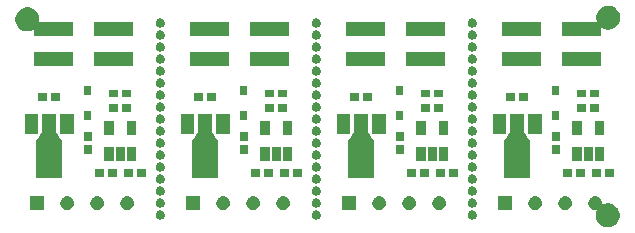
<source format=gbr>
G04 #@! TF.FileFunction,Soldermask,Top*
%FSLAX46Y46*%
G04 Gerber Fmt 4.6, Leading zero omitted, Abs format (unit mm)*
G04 Created by KiCad (PCBNEW 4.0.2-stable) date Tuesday, February 20, 2018 'AMt' 07:17:42 AM*
%MOMM*%
G01*
G04 APERTURE LIST*
%ADD10C,0.025400*%
G04 APERTURE END LIST*
D10*
G36*
X150683361Y-99238189D02*
X150795589Y-99261226D01*
X150834344Y-99277517D01*
X150901204Y-99305622D01*
X150996184Y-99369687D01*
X151076915Y-99450984D01*
X151090488Y-99471414D01*
X151140314Y-99546408D01*
X151177353Y-99636273D01*
X151183973Y-99652333D01*
X151193882Y-99702381D01*
X151206225Y-99764716D01*
X151204398Y-99895574D01*
X151204378Y-99895662D01*
X151204378Y-99895664D01*
X151192533Y-99947800D01*
X151192239Y-99951362D01*
X151192949Y-99954864D01*
X151194607Y-99958030D01*
X151197082Y-99960609D01*
X151200176Y-99962396D01*
X151203646Y-99963250D01*
X151207217Y-99963104D01*
X151211871Y-99961241D01*
X151215814Y-99958661D01*
X151400553Y-99884021D01*
X151596272Y-99846686D01*
X151795515Y-99848077D01*
X151990693Y-99888141D01*
X152130403Y-99946870D01*
X152174372Y-99965353D01*
X152339556Y-100076770D01*
X152385729Y-100123267D01*
X152479953Y-100218151D01*
X152479955Y-100218154D01*
X152513766Y-100269043D01*
X152590215Y-100384109D01*
X152666143Y-100568323D01*
X152704844Y-100763776D01*
X152701666Y-100991355D01*
X152701646Y-100991443D01*
X152701646Y-100991445D01*
X152692112Y-101033406D01*
X152657523Y-101185651D01*
X152642660Y-101219033D01*
X152576482Y-101367672D01*
X152576481Y-101367673D01*
X152461628Y-101530488D01*
X152317339Y-101667893D01*
X152149108Y-101774655D01*
X151963345Y-101846708D01*
X151963342Y-101846708D01*
X151963341Y-101846709D01*
X151840577Y-101868355D01*
X151767124Y-101881307D01*
X151767123Y-101881307D01*
X151567922Y-101877135D01*
X151494372Y-101860964D01*
X151373320Y-101834349D01*
X151190736Y-101754580D01*
X151027124Y-101640867D01*
X150888715Y-101497540D01*
X150888714Y-101497539D01*
X150780780Y-101330058D01*
X150707432Y-101144802D01*
X150671464Y-100948831D01*
X150672318Y-100887673D01*
X150674246Y-100749600D01*
X150695966Y-100647416D01*
X150715671Y-100554708D01*
X150778740Y-100407557D01*
X150779672Y-100404107D01*
X150779605Y-100400534D01*
X150778546Y-100397121D01*
X150776578Y-100394138D01*
X150773857Y-100391821D01*
X150770598Y-100390355D01*
X150767059Y-100389854D01*
X150764864Y-100390047D01*
X150667036Y-100407297D01*
X150667035Y-100407297D01*
X150614659Y-100406200D01*
X150552494Y-100404898D01*
X150440599Y-100380296D01*
X150335613Y-100334429D01*
X150241536Y-100269044D01*
X150161951Y-100186631D01*
X150149514Y-100167333D01*
X150099888Y-100090328D01*
X150057713Y-99983806D01*
X150053784Y-99962396D01*
X150050934Y-99946870D01*
X150037032Y-99871124D01*
X150037373Y-99846686D01*
X150038631Y-99756565D01*
X150062451Y-99644501D01*
X150107584Y-99539198D01*
X150172311Y-99444666D01*
X150213239Y-99404587D01*
X150254168Y-99364506D01*
X150350033Y-99301775D01*
X150456258Y-99258857D01*
X150568796Y-99237389D01*
X150683361Y-99238189D01*
X150683361Y-99238189D01*
G37*
G36*
X140249352Y-100444562D02*
X140324984Y-100460087D01*
X140351102Y-100471066D01*
X140396159Y-100490006D01*
X140434384Y-100515790D01*
X140460168Y-100533181D01*
X140514572Y-100587966D01*
X140514574Y-100587969D01*
X140557297Y-100652273D01*
X140586721Y-100723660D01*
X140591856Y-100749595D01*
X140601717Y-100799396D01*
X140600486Y-100887582D01*
X140600466Y-100887670D01*
X140600466Y-100887673D01*
X140583381Y-100962870D01*
X140583380Y-100962872D01*
X140551977Y-101033406D01*
X140516477Y-101083729D01*
X140507469Y-101096499D01*
X140451559Y-101149741D01*
X140386372Y-101191110D01*
X140314383Y-101219033D01*
X140238350Y-101232439D01*
X140161159Y-101230822D01*
X140085751Y-101214243D01*
X140015000Y-101183332D01*
X139951601Y-101139268D01*
X139951600Y-101139267D01*
X139897966Y-101083729D01*
X139865535Y-101033405D01*
X139856142Y-101018830D01*
X139844889Y-100990407D01*
X139827719Y-100947043D01*
X139813782Y-100871106D01*
X139813782Y-100871103D01*
X139814860Y-100793902D01*
X139816255Y-100787341D01*
X139830911Y-100718383D01*
X139861328Y-100647416D01*
X139904947Y-100583711D01*
X139960113Y-100529689D01*
X139976707Y-100518831D01*
X140024718Y-100487413D01*
X140096304Y-100458491D01*
X140172145Y-100444023D01*
X140249352Y-100444562D01*
X140249352Y-100444562D01*
G37*
G36*
X127041352Y-100444562D02*
X127116984Y-100460087D01*
X127143102Y-100471066D01*
X127188159Y-100490006D01*
X127226384Y-100515790D01*
X127252168Y-100533181D01*
X127306572Y-100587966D01*
X127306574Y-100587969D01*
X127349297Y-100652273D01*
X127378721Y-100723660D01*
X127383856Y-100749595D01*
X127393717Y-100799396D01*
X127392486Y-100887582D01*
X127392466Y-100887670D01*
X127392466Y-100887673D01*
X127375381Y-100962870D01*
X127375380Y-100962872D01*
X127343977Y-101033406D01*
X127308477Y-101083729D01*
X127299469Y-101096499D01*
X127243559Y-101149741D01*
X127178372Y-101191110D01*
X127106383Y-101219033D01*
X127030350Y-101232439D01*
X126953159Y-101230822D01*
X126877751Y-101214243D01*
X126807000Y-101183332D01*
X126743601Y-101139268D01*
X126743600Y-101139267D01*
X126689966Y-101083729D01*
X126657535Y-101033405D01*
X126648142Y-101018830D01*
X126636889Y-100990407D01*
X126619719Y-100947043D01*
X126605782Y-100871106D01*
X126605782Y-100871103D01*
X126606860Y-100793902D01*
X126608255Y-100787341D01*
X126622911Y-100718383D01*
X126653328Y-100647416D01*
X126696947Y-100583711D01*
X126752113Y-100529689D01*
X126768707Y-100518831D01*
X126816718Y-100487413D01*
X126888304Y-100458491D01*
X126964145Y-100444023D01*
X127041352Y-100444562D01*
X127041352Y-100444562D01*
G37*
G36*
X113833352Y-100444562D02*
X113908984Y-100460087D01*
X113935102Y-100471066D01*
X113980159Y-100490006D01*
X114018384Y-100515790D01*
X114044168Y-100533181D01*
X114098572Y-100587966D01*
X114098574Y-100587969D01*
X114141297Y-100652273D01*
X114170721Y-100723660D01*
X114175856Y-100749595D01*
X114185717Y-100799396D01*
X114184486Y-100887582D01*
X114184466Y-100887670D01*
X114184466Y-100887673D01*
X114167381Y-100962870D01*
X114167380Y-100962872D01*
X114135977Y-101033406D01*
X114100477Y-101083729D01*
X114091469Y-101096499D01*
X114035559Y-101149741D01*
X113970372Y-101191110D01*
X113898383Y-101219033D01*
X113822350Y-101232439D01*
X113745159Y-101230822D01*
X113669751Y-101214243D01*
X113599000Y-101183332D01*
X113535601Y-101139268D01*
X113535600Y-101139267D01*
X113481966Y-101083729D01*
X113449535Y-101033405D01*
X113440142Y-101018830D01*
X113428889Y-100990407D01*
X113411719Y-100947043D01*
X113397782Y-100871106D01*
X113397782Y-100871103D01*
X113398860Y-100793902D01*
X113400255Y-100787341D01*
X113414911Y-100718383D01*
X113445328Y-100647416D01*
X113488947Y-100583711D01*
X113544113Y-100529689D01*
X113560707Y-100518831D01*
X113608718Y-100487413D01*
X113680304Y-100458491D01*
X113756145Y-100444023D01*
X113833352Y-100444562D01*
X113833352Y-100444562D01*
G37*
G36*
X148143361Y-99238189D02*
X148255589Y-99261226D01*
X148294344Y-99277517D01*
X148361204Y-99305622D01*
X148456184Y-99369687D01*
X148536915Y-99450984D01*
X148550488Y-99471414D01*
X148600314Y-99546408D01*
X148637353Y-99636273D01*
X148643973Y-99652333D01*
X148653882Y-99702381D01*
X148666225Y-99764716D01*
X148664398Y-99895574D01*
X148639016Y-100007295D01*
X148610305Y-100071780D01*
X148592418Y-100111956D01*
X148592417Y-100111957D01*
X148526377Y-100205576D01*
X148443410Y-100284584D01*
X148346677Y-100345972D01*
X148239863Y-100387402D01*
X148239860Y-100387403D01*
X148165390Y-100400534D01*
X148127036Y-100407297D01*
X148127035Y-100407297D01*
X148074659Y-100406200D01*
X148012494Y-100404898D01*
X147900599Y-100380296D01*
X147795613Y-100334429D01*
X147701536Y-100269044D01*
X147621951Y-100186631D01*
X147609514Y-100167333D01*
X147559888Y-100090328D01*
X147517713Y-99983806D01*
X147513784Y-99962396D01*
X147510934Y-99946870D01*
X147497032Y-99871124D01*
X147497373Y-99846686D01*
X147498631Y-99756565D01*
X147522451Y-99644501D01*
X147567584Y-99539198D01*
X147632311Y-99444666D01*
X147673239Y-99404587D01*
X147714168Y-99364506D01*
X147810033Y-99301775D01*
X147916258Y-99258857D01*
X148028796Y-99237389D01*
X148143361Y-99238189D01*
X148143361Y-99238189D01*
G37*
G36*
X145603361Y-99238189D02*
X145715589Y-99261226D01*
X145754344Y-99277517D01*
X145821204Y-99305622D01*
X145916184Y-99369687D01*
X145996915Y-99450984D01*
X146010488Y-99471414D01*
X146060314Y-99546408D01*
X146097353Y-99636273D01*
X146103973Y-99652333D01*
X146113882Y-99702381D01*
X146126225Y-99764716D01*
X146124398Y-99895574D01*
X146099016Y-100007295D01*
X146070305Y-100071780D01*
X146052418Y-100111956D01*
X146052417Y-100111957D01*
X145986377Y-100205576D01*
X145903410Y-100284584D01*
X145806677Y-100345972D01*
X145699863Y-100387402D01*
X145699860Y-100387403D01*
X145625390Y-100400534D01*
X145587036Y-100407297D01*
X145587035Y-100407297D01*
X145534659Y-100406200D01*
X145472494Y-100404898D01*
X145360599Y-100380296D01*
X145255613Y-100334429D01*
X145161536Y-100269044D01*
X145081951Y-100186631D01*
X145069514Y-100167333D01*
X145019888Y-100090328D01*
X144977713Y-99983806D01*
X144973784Y-99962396D01*
X144970934Y-99946870D01*
X144957032Y-99871124D01*
X144957373Y-99846686D01*
X144958631Y-99756565D01*
X144982451Y-99644501D01*
X145027584Y-99539198D01*
X145092311Y-99444666D01*
X145133239Y-99404587D01*
X145174168Y-99364506D01*
X145270033Y-99301775D01*
X145376258Y-99258857D01*
X145488796Y-99237389D01*
X145603361Y-99238189D01*
X145603361Y-99238189D01*
G37*
G36*
X137475361Y-99238189D02*
X137587589Y-99261226D01*
X137626344Y-99277517D01*
X137693204Y-99305622D01*
X137788184Y-99369687D01*
X137868915Y-99450984D01*
X137882488Y-99471414D01*
X137932314Y-99546408D01*
X137969353Y-99636273D01*
X137975973Y-99652333D01*
X137985882Y-99702381D01*
X137998225Y-99764716D01*
X137996398Y-99895574D01*
X137971016Y-100007295D01*
X137942305Y-100071780D01*
X137924418Y-100111956D01*
X137924417Y-100111957D01*
X137858377Y-100205576D01*
X137775410Y-100284584D01*
X137678677Y-100345972D01*
X137571863Y-100387402D01*
X137571860Y-100387403D01*
X137497390Y-100400534D01*
X137459036Y-100407297D01*
X137459035Y-100407297D01*
X137406659Y-100406200D01*
X137344494Y-100404898D01*
X137232599Y-100380296D01*
X137127613Y-100334429D01*
X137033536Y-100269044D01*
X136953951Y-100186631D01*
X136941514Y-100167333D01*
X136891888Y-100090328D01*
X136849713Y-99983806D01*
X136845784Y-99962396D01*
X136842934Y-99946870D01*
X136829032Y-99871124D01*
X136829373Y-99846686D01*
X136830631Y-99756565D01*
X136854451Y-99644501D01*
X136899584Y-99539198D01*
X136964311Y-99444666D01*
X137005239Y-99404587D01*
X137046168Y-99364506D01*
X137142033Y-99301775D01*
X137248258Y-99258857D01*
X137360796Y-99237389D01*
X137475361Y-99238189D01*
X137475361Y-99238189D01*
G37*
G36*
X134935361Y-99238189D02*
X135047589Y-99261226D01*
X135086344Y-99277517D01*
X135153204Y-99305622D01*
X135248184Y-99369687D01*
X135328915Y-99450984D01*
X135342488Y-99471414D01*
X135392314Y-99546408D01*
X135429353Y-99636273D01*
X135435973Y-99652333D01*
X135445882Y-99702381D01*
X135458225Y-99764716D01*
X135456398Y-99895574D01*
X135431016Y-100007295D01*
X135402305Y-100071780D01*
X135384418Y-100111956D01*
X135384417Y-100111957D01*
X135318377Y-100205576D01*
X135235410Y-100284584D01*
X135138677Y-100345972D01*
X135031863Y-100387402D01*
X135031860Y-100387403D01*
X134957390Y-100400534D01*
X134919036Y-100407297D01*
X134919035Y-100407297D01*
X134866659Y-100406200D01*
X134804494Y-100404898D01*
X134692599Y-100380296D01*
X134587613Y-100334429D01*
X134493536Y-100269044D01*
X134413951Y-100186631D01*
X134401514Y-100167333D01*
X134351888Y-100090328D01*
X134309713Y-99983806D01*
X134305784Y-99962396D01*
X134302934Y-99946870D01*
X134289032Y-99871124D01*
X134289373Y-99846686D01*
X134290631Y-99756565D01*
X134314451Y-99644501D01*
X134359584Y-99539198D01*
X134424311Y-99444666D01*
X134465239Y-99404587D01*
X134506168Y-99364506D01*
X134602033Y-99301775D01*
X134708258Y-99258857D01*
X134820796Y-99237389D01*
X134935361Y-99238189D01*
X134935361Y-99238189D01*
G37*
G36*
X132395361Y-99238189D02*
X132507589Y-99261226D01*
X132546344Y-99277517D01*
X132613204Y-99305622D01*
X132708184Y-99369687D01*
X132788915Y-99450984D01*
X132802488Y-99471414D01*
X132852314Y-99546408D01*
X132889353Y-99636273D01*
X132895973Y-99652333D01*
X132905882Y-99702381D01*
X132918225Y-99764716D01*
X132916398Y-99895574D01*
X132891016Y-100007295D01*
X132862305Y-100071780D01*
X132844418Y-100111956D01*
X132844417Y-100111957D01*
X132778377Y-100205576D01*
X132695410Y-100284584D01*
X132598677Y-100345972D01*
X132491863Y-100387402D01*
X132491860Y-100387403D01*
X132417390Y-100400534D01*
X132379036Y-100407297D01*
X132379035Y-100407297D01*
X132326659Y-100406200D01*
X132264494Y-100404898D01*
X132152599Y-100380296D01*
X132047613Y-100334429D01*
X131953536Y-100269044D01*
X131873951Y-100186631D01*
X131861514Y-100167333D01*
X131811888Y-100090328D01*
X131769713Y-99983806D01*
X131765784Y-99962396D01*
X131762934Y-99946870D01*
X131749032Y-99871124D01*
X131749373Y-99846686D01*
X131750631Y-99756565D01*
X131774451Y-99644501D01*
X131819584Y-99539198D01*
X131884311Y-99444666D01*
X131925239Y-99404587D01*
X131966168Y-99364506D01*
X132062033Y-99301775D01*
X132168258Y-99258857D01*
X132280796Y-99237389D01*
X132395361Y-99238189D01*
X132395361Y-99238189D01*
G37*
G36*
X124267361Y-99238189D02*
X124379589Y-99261226D01*
X124418344Y-99277517D01*
X124485204Y-99305622D01*
X124580184Y-99369687D01*
X124660915Y-99450984D01*
X124674488Y-99471414D01*
X124724314Y-99546408D01*
X124761353Y-99636273D01*
X124767973Y-99652333D01*
X124777882Y-99702381D01*
X124790225Y-99764716D01*
X124788398Y-99895574D01*
X124763016Y-100007295D01*
X124734305Y-100071780D01*
X124716418Y-100111956D01*
X124716417Y-100111957D01*
X124650377Y-100205576D01*
X124567410Y-100284584D01*
X124470677Y-100345972D01*
X124363863Y-100387402D01*
X124363860Y-100387403D01*
X124289390Y-100400534D01*
X124251036Y-100407297D01*
X124251035Y-100407297D01*
X124198659Y-100406200D01*
X124136494Y-100404898D01*
X124024599Y-100380296D01*
X123919613Y-100334429D01*
X123825536Y-100269044D01*
X123745951Y-100186631D01*
X123733514Y-100167333D01*
X123683888Y-100090328D01*
X123641713Y-99983806D01*
X123637784Y-99962396D01*
X123634934Y-99946870D01*
X123621032Y-99871124D01*
X123621373Y-99846686D01*
X123622631Y-99756565D01*
X123646451Y-99644501D01*
X123691584Y-99539198D01*
X123756311Y-99444666D01*
X123797239Y-99404587D01*
X123838168Y-99364506D01*
X123934033Y-99301775D01*
X124040258Y-99258857D01*
X124152796Y-99237389D01*
X124267361Y-99238189D01*
X124267361Y-99238189D01*
G37*
G36*
X121727361Y-99238189D02*
X121839589Y-99261226D01*
X121878344Y-99277517D01*
X121945204Y-99305622D01*
X122040184Y-99369687D01*
X122120915Y-99450984D01*
X122134488Y-99471414D01*
X122184314Y-99546408D01*
X122221353Y-99636273D01*
X122227973Y-99652333D01*
X122237882Y-99702381D01*
X122250225Y-99764716D01*
X122248398Y-99895574D01*
X122223016Y-100007295D01*
X122194305Y-100071780D01*
X122176418Y-100111956D01*
X122176417Y-100111957D01*
X122110377Y-100205576D01*
X122027410Y-100284584D01*
X121930677Y-100345972D01*
X121823863Y-100387402D01*
X121823860Y-100387403D01*
X121749390Y-100400534D01*
X121711036Y-100407297D01*
X121711035Y-100407297D01*
X121658659Y-100406200D01*
X121596494Y-100404898D01*
X121484599Y-100380296D01*
X121379613Y-100334429D01*
X121285536Y-100269044D01*
X121205951Y-100186631D01*
X121193514Y-100167333D01*
X121143888Y-100090328D01*
X121101713Y-99983806D01*
X121097784Y-99962396D01*
X121094934Y-99946870D01*
X121081032Y-99871124D01*
X121081373Y-99846686D01*
X121082631Y-99756565D01*
X121106451Y-99644501D01*
X121151584Y-99539198D01*
X121216311Y-99444666D01*
X121257239Y-99404587D01*
X121298168Y-99364506D01*
X121394033Y-99301775D01*
X121500258Y-99258857D01*
X121612796Y-99237389D01*
X121727361Y-99238189D01*
X121727361Y-99238189D01*
G37*
G36*
X119187361Y-99238189D02*
X119299589Y-99261226D01*
X119338344Y-99277517D01*
X119405204Y-99305622D01*
X119500184Y-99369687D01*
X119580915Y-99450984D01*
X119594488Y-99471414D01*
X119644314Y-99546408D01*
X119681353Y-99636273D01*
X119687973Y-99652333D01*
X119697882Y-99702381D01*
X119710225Y-99764716D01*
X119708398Y-99895574D01*
X119683016Y-100007295D01*
X119654305Y-100071780D01*
X119636418Y-100111956D01*
X119636417Y-100111957D01*
X119570377Y-100205576D01*
X119487410Y-100284584D01*
X119390677Y-100345972D01*
X119283863Y-100387402D01*
X119283860Y-100387403D01*
X119209390Y-100400534D01*
X119171036Y-100407297D01*
X119171035Y-100407297D01*
X119118659Y-100406200D01*
X119056494Y-100404898D01*
X118944599Y-100380296D01*
X118839613Y-100334429D01*
X118745536Y-100269044D01*
X118665951Y-100186631D01*
X118653514Y-100167333D01*
X118603888Y-100090328D01*
X118561713Y-99983806D01*
X118557784Y-99962396D01*
X118554934Y-99946870D01*
X118541032Y-99871124D01*
X118541373Y-99846686D01*
X118542631Y-99756565D01*
X118566451Y-99644501D01*
X118611584Y-99539198D01*
X118676311Y-99444666D01*
X118717239Y-99404587D01*
X118758168Y-99364506D01*
X118854033Y-99301775D01*
X118960258Y-99258857D01*
X119072796Y-99237389D01*
X119187361Y-99238189D01*
X119187361Y-99238189D01*
G37*
G36*
X111059361Y-99238189D02*
X111171589Y-99261226D01*
X111210344Y-99277517D01*
X111277204Y-99305622D01*
X111372184Y-99369687D01*
X111452915Y-99450984D01*
X111466488Y-99471414D01*
X111516314Y-99546408D01*
X111553353Y-99636273D01*
X111559973Y-99652333D01*
X111569882Y-99702381D01*
X111582225Y-99764716D01*
X111580398Y-99895574D01*
X111555016Y-100007295D01*
X111526305Y-100071780D01*
X111508418Y-100111956D01*
X111508417Y-100111957D01*
X111442377Y-100205576D01*
X111359410Y-100284584D01*
X111262677Y-100345972D01*
X111155863Y-100387402D01*
X111155860Y-100387403D01*
X111081390Y-100400534D01*
X111043036Y-100407297D01*
X111043035Y-100407297D01*
X110990659Y-100406200D01*
X110928494Y-100404898D01*
X110816599Y-100380296D01*
X110711613Y-100334429D01*
X110617536Y-100269044D01*
X110537951Y-100186631D01*
X110525514Y-100167333D01*
X110475888Y-100090328D01*
X110433713Y-99983806D01*
X110429784Y-99962396D01*
X110426934Y-99946870D01*
X110413032Y-99871124D01*
X110413373Y-99846686D01*
X110414631Y-99756565D01*
X110438451Y-99644501D01*
X110483584Y-99539198D01*
X110548311Y-99444666D01*
X110589239Y-99404587D01*
X110630168Y-99364506D01*
X110726033Y-99301775D01*
X110832258Y-99258857D01*
X110944796Y-99237389D01*
X111059361Y-99238189D01*
X111059361Y-99238189D01*
G37*
G36*
X108519361Y-99238189D02*
X108631589Y-99261226D01*
X108670344Y-99277517D01*
X108737204Y-99305622D01*
X108832184Y-99369687D01*
X108912915Y-99450984D01*
X108926488Y-99471414D01*
X108976314Y-99546408D01*
X109013353Y-99636273D01*
X109019973Y-99652333D01*
X109029882Y-99702381D01*
X109042225Y-99764716D01*
X109040398Y-99895574D01*
X109015016Y-100007295D01*
X108986305Y-100071780D01*
X108968418Y-100111956D01*
X108968417Y-100111957D01*
X108902377Y-100205576D01*
X108819410Y-100284584D01*
X108722677Y-100345972D01*
X108615863Y-100387402D01*
X108615860Y-100387403D01*
X108541390Y-100400534D01*
X108503036Y-100407297D01*
X108503035Y-100407297D01*
X108450659Y-100406200D01*
X108388494Y-100404898D01*
X108276599Y-100380296D01*
X108171613Y-100334429D01*
X108077536Y-100269044D01*
X107997951Y-100186631D01*
X107985514Y-100167333D01*
X107935888Y-100090328D01*
X107893713Y-99983806D01*
X107889784Y-99962396D01*
X107886934Y-99946870D01*
X107873032Y-99871124D01*
X107873373Y-99846686D01*
X107874631Y-99756565D01*
X107898451Y-99644501D01*
X107943584Y-99539198D01*
X108008311Y-99444666D01*
X108049239Y-99404587D01*
X108090168Y-99364506D01*
X108186033Y-99301775D01*
X108292258Y-99258857D01*
X108404796Y-99237389D01*
X108519361Y-99238189D01*
X108519361Y-99238189D01*
G37*
G36*
X105979361Y-99238189D02*
X106091589Y-99261226D01*
X106130344Y-99277517D01*
X106197204Y-99305622D01*
X106292184Y-99369687D01*
X106372915Y-99450984D01*
X106386488Y-99471414D01*
X106436314Y-99546408D01*
X106473353Y-99636273D01*
X106479973Y-99652333D01*
X106489882Y-99702381D01*
X106502225Y-99764716D01*
X106500398Y-99895574D01*
X106475016Y-100007295D01*
X106446305Y-100071780D01*
X106428418Y-100111956D01*
X106428417Y-100111957D01*
X106362377Y-100205576D01*
X106279410Y-100284584D01*
X106182677Y-100345972D01*
X106075863Y-100387402D01*
X106075860Y-100387403D01*
X106001390Y-100400534D01*
X105963036Y-100407297D01*
X105963035Y-100407297D01*
X105910659Y-100406200D01*
X105848494Y-100404898D01*
X105736599Y-100380296D01*
X105631613Y-100334429D01*
X105537536Y-100269044D01*
X105457951Y-100186631D01*
X105445514Y-100167333D01*
X105395888Y-100090328D01*
X105353713Y-99983806D01*
X105349784Y-99962396D01*
X105346934Y-99946870D01*
X105333032Y-99871124D01*
X105333373Y-99846686D01*
X105334631Y-99756565D01*
X105358451Y-99644501D01*
X105403584Y-99539198D01*
X105468311Y-99444666D01*
X105509239Y-99404587D01*
X105550168Y-99364506D01*
X105646033Y-99301775D01*
X105752258Y-99258857D01*
X105864796Y-99237389D01*
X105979361Y-99238189D01*
X105979361Y-99238189D01*
G37*
G36*
X143586200Y-100406200D02*
X142417800Y-100406200D01*
X142417800Y-99237800D01*
X143586200Y-99237800D01*
X143586200Y-100406200D01*
X143586200Y-100406200D01*
G37*
G36*
X130378200Y-100406200D02*
X129209800Y-100406200D01*
X129209800Y-99237800D01*
X130378200Y-99237800D01*
X130378200Y-100406200D01*
X130378200Y-100406200D01*
G37*
G36*
X117170200Y-100406200D02*
X116001800Y-100406200D01*
X116001800Y-99237800D01*
X117170200Y-99237800D01*
X117170200Y-100406200D01*
X117170200Y-100406200D01*
G37*
G36*
X103962200Y-100406200D02*
X102793800Y-100406200D01*
X102793800Y-99237800D01*
X103962200Y-99237800D01*
X103962200Y-100406200D01*
X103962200Y-100406200D01*
G37*
G36*
X140249352Y-99428562D02*
X140324984Y-99444087D01*
X140351102Y-99455066D01*
X140396159Y-99474006D01*
X140434384Y-99499790D01*
X140460168Y-99517181D01*
X140514572Y-99571966D01*
X140557298Y-99636275D01*
X140560689Y-99644502D01*
X140586721Y-99707660D01*
X140596403Y-99756561D01*
X140601717Y-99783396D01*
X140600486Y-99871582D01*
X140600466Y-99871670D01*
X140600466Y-99871673D01*
X140583381Y-99946870D01*
X140583380Y-99946872D01*
X140551977Y-100017406D01*
X140516477Y-100067729D01*
X140507469Y-100080499D01*
X140451559Y-100133741D01*
X140386372Y-100175110D01*
X140314383Y-100203033D01*
X140238350Y-100216439D01*
X140161159Y-100214822D01*
X140085751Y-100198243D01*
X140015000Y-100167332D01*
X139951601Y-100123268D01*
X139940677Y-100111956D01*
X139897966Y-100067729D01*
X139859020Y-100007295D01*
X139856142Y-100002830D01*
X139839676Y-99961241D01*
X139827719Y-99931043D01*
X139813782Y-99855106D01*
X139813900Y-99846686D01*
X139814860Y-99777902D01*
X139819396Y-99756561D01*
X139830911Y-99702383D01*
X139861328Y-99631416D01*
X139904947Y-99567711D01*
X139960113Y-99513689D01*
X139976707Y-99502831D01*
X140024718Y-99471413D01*
X140096304Y-99442491D01*
X140172145Y-99428023D01*
X140249352Y-99428562D01*
X140249352Y-99428562D01*
G37*
G36*
X127041352Y-99428562D02*
X127116984Y-99444087D01*
X127143102Y-99455066D01*
X127188159Y-99474006D01*
X127226384Y-99499790D01*
X127252168Y-99517181D01*
X127306572Y-99571966D01*
X127349298Y-99636275D01*
X127352689Y-99644502D01*
X127378721Y-99707660D01*
X127388403Y-99756561D01*
X127393717Y-99783396D01*
X127392486Y-99871582D01*
X127392466Y-99871670D01*
X127392466Y-99871673D01*
X127375381Y-99946870D01*
X127375380Y-99946872D01*
X127343977Y-100017406D01*
X127308477Y-100067729D01*
X127299469Y-100080499D01*
X127243559Y-100133741D01*
X127178372Y-100175110D01*
X127106383Y-100203033D01*
X127030350Y-100216439D01*
X126953159Y-100214822D01*
X126877751Y-100198243D01*
X126807000Y-100167332D01*
X126743601Y-100123268D01*
X126732677Y-100111956D01*
X126689966Y-100067729D01*
X126651020Y-100007295D01*
X126648142Y-100002830D01*
X126631676Y-99961241D01*
X126619719Y-99931043D01*
X126605782Y-99855106D01*
X126605900Y-99846686D01*
X126606860Y-99777902D01*
X126611396Y-99756561D01*
X126622911Y-99702383D01*
X126653328Y-99631416D01*
X126696947Y-99567711D01*
X126752113Y-99513689D01*
X126768707Y-99502831D01*
X126816718Y-99471413D01*
X126888304Y-99442491D01*
X126964145Y-99428023D01*
X127041352Y-99428562D01*
X127041352Y-99428562D01*
G37*
G36*
X113833352Y-99428562D02*
X113908984Y-99444087D01*
X113935102Y-99455066D01*
X113980159Y-99474006D01*
X114018384Y-99499790D01*
X114044168Y-99517181D01*
X114098572Y-99571966D01*
X114141298Y-99636275D01*
X114144689Y-99644502D01*
X114170721Y-99707660D01*
X114180403Y-99756561D01*
X114185717Y-99783396D01*
X114184486Y-99871582D01*
X114184466Y-99871670D01*
X114184466Y-99871673D01*
X114167381Y-99946870D01*
X114167380Y-99946872D01*
X114135977Y-100017406D01*
X114100477Y-100067729D01*
X114091469Y-100080499D01*
X114035559Y-100133741D01*
X113970372Y-100175110D01*
X113898383Y-100203033D01*
X113822350Y-100216439D01*
X113745159Y-100214822D01*
X113669751Y-100198243D01*
X113599000Y-100167332D01*
X113535601Y-100123268D01*
X113524677Y-100111956D01*
X113481966Y-100067729D01*
X113443020Y-100007295D01*
X113440142Y-100002830D01*
X113423676Y-99961241D01*
X113411719Y-99931043D01*
X113397782Y-99855106D01*
X113397900Y-99846686D01*
X113398860Y-99777902D01*
X113403396Y-99756561D01*
X113414911Y-99702383D01*
X113445328Y-99631416D01*
X113488947Y-99567711D01*
X113544113Y-99513689D01*
X113560707Y-99502831D01*
X113608718Y-99471413D01*
X113680304Y-99442491D01*
X113756145Y-99428023D01*
X113833352Y-99428562D01*
X113833352Y-99428562D01*
G37*
G36*
X140249352Y-98412562D02*
X140324984Y-98428087D01*
X140351102Y-98439066D01*
X140396159Y-98458006D01*
X140434384Y-98483790D01*
X140460168Y-98501181D01*
X140514572Y-98555966D01*
X140514574Y-98555969D01*
X140557297Y-98620273D01*
X140586721Y-98691660D01*
X140598275Y-98750015D01*
X140601717Y-98767396D01*
X140600486Y-98855582D01*
X140600466Y-98855670D01*
X140600466Y-98855673D01*
X140583381Y-98930870D01*
X140583380Y-98930872D01*
X140551977Y-99001406D01*
X140516477Y-99051729D01*
X140507469Y-99064499D01*
X140451559Y-99117741D01*
X140386372Y-99159110D01*
X140314383Y-99187033D01*
X140238350Y-99200439D01*
X140161159Y-99198822D01*
X140085751Y-99182243D01*
X140015000Y-99151332D01*
X139951601Y-99107268D01*
X139951600Y-99107267D01*
X139897966Y-99051729D01*
X139865535Y-99001405D01*
X139856142Y-98986830D01*
X139844889Y-98958407D01*
X139827719Y-98915043D01*
X139813782Y-98839106D01*
X139813782Y-98839103D01*
X139814860Y-98761902D01*
X139816255Y-98755341D01*
X139830911Y-98686383D01*
X139861328Y-98615416D01*
X139904947Y-98551711D01*
X139960113Y-98497689D01*
X139976707Y-98486831D01*
X140024718Y-98455413D01*
X140096304Y-98426491D01*
X140172145Y-98412023D01*
X140249352Y-98412562D01*
X140249352Y-98412562D01*
G37*
G36*
X127041352Y-98412562D02*
X127116984Y-98428087D01*
X127143102Y-98439066D01*
X127188159Y-98458006D01*
X127226384Y-98483790D01*
X127252168Y-98501181D01*
X127306572Y-98555966D01*
X127306574Y-98555969D01*
X127349297Y-98620273D01*
X127378721Y-98691660D01*
X127390275Y-98750015D01*
X127393717Y-98767396D01*
X127392486Y-98855582D01*
X127392466Y-98855670D01*
X127392466Y-98855673D01*
X127375381Y-98930870D01*
X127375380Y-98930872D01*
X127343977Y-99001406D01*
X127308477Y-99051729D01*
X127299469Y-99064499D01*
X127243559Y-99117741D01*
X127178372Y-99159110D01*
X127106383Y-99187033D01*
X127030350Y-99200439D01*
X126953159Y-99198822D01*
X126877751Y-99182243D01*
X126807000Y-99151332D01*
X126743601Y-99107268D01*
X126743600Y-99107267D01*
X126689966Y-99051729D01*
X126657535Y-99001405D01*
X126648142Y-98986830D01*
X126636889Y-98958407D01*
X126619719Y-98915043D01*
X126605782Y-98839106D01*
X126605782Y-98839103D01*
X126606860Y-98761902D01*
X126608255Y-98755341D01*
X126622911Y-98686383D01*
X126653328Y-98615416D01*
X126696947Y-98551711D01*
X126752113Y-98497689D01*
X126768707Y-98486831D01*
X126816718Y-98455413D01*
X126888304Y-98426491D01*
X126964145Y-98412023D01*
X127041352Y-98412562D01*
X127041352Y-98412562D01*
G37*
G36*
X113833352Y-98412562D02*
X113908984Y-98428087D01*
X113935102Y-98439066D01*
X113980159Y-98458006D01*
X114018384Y-98483790D01*
X114044168Y-98501181D01*
X114098572Y-98555966D01*
X114098574Y-98555969D01*
X114141297Y-98620273D01*
X114170721Y-98691660D01*
X114182275Y-98750015D01*
X114185717Y-98767396D01*
X114184486Y-98855582D01*
X114184466Y-98855670D01*
X114184466Y-98855673D01*
X114167381Y-98930870D01*
X114167380Y-98930872D01*
X114135977Y-99001406D01*
X114100477Y-99051729D01*
X114091469Y-99064499D01*
X114035559Y-99117741D01*
X113970372Y-99159110D01*
X113898383Y-99187033D01*
X113822350Y-99200439D01*
X113745159Y-99198822D01*
X113669751Y-99182243D01*
X113599000Y-99151332D01*
X113535601Y-99107268D01*
X113535600Y-99107267D01*
X113481966Y-99051729D01*
X113449535Y-99001405D01*
X113440142Y-98986830D01*
X113428889Y-98958407D01*
X113411719Y-98915043D01*
X113397782Y-98839106D01*
X113397782Y-98839103D01*
X113398860Y-98761902D01*
X113400255Y-98755341D01*
X113414911Y-98686383D01*
X113445328Y-98615416D01*
X113488947Y-98551711D01*
X113544113Y-98497689D01*
X113560707Y-98486831D01*
X113608718Y-98455413D01*
X113680304Y-98426491D01*
X113756145Y-98412023D01*
X113833352Y-98412562D01*
X113833352Y-98412562D01*
G37*
G36*
X140249352Y-97396562D02*
X140324984Y-97412087D01*
X140351102Y-97423066D01*
X140396159Y-97442006D01*
X140434384Y-97467790D01*
X140460168Y-97485181D01*
X140514572Y-97539966D01*
X140514574Y-97539969D01*
X140557297Y-97604273D01*
X140586721Y-97675660D01*
X140598275Y-97734015D01*
X140601717Y-97751396D01*
X140600486Y-97839582D01*
X140600466Y-97839670D01*
X140600466Y-97839673D01*
X140583381Y-97914870D01*
X140583380Y-97914872D01*
X140551977Y-97985406D01*
X140516477Y-98035729D01*
X140507469Y-98048499D01*
X140451559Y-98101741D01*
X140386372Y-98143110D01*
X140314383Y-98171033D01*
X140238350Y-98184439D01*
X140161159Y-98182822D01*
X140085751Y-98166243D01*
X140015000Y-98135332D01*
X139951601Y-98091268D01*
X139951600Y-98091267D01*
X139897966Y-98035729D01*
X139865535Y-97985405D01*
X139856142Y-97970830D01*
X139844889Y-97942407D01*
X139827719Y-97899043D01*
X139813782Y-97823106D01*
X139813782Y-97823103D01*
X139814860Y-97745902D01*
X139816255Y-97739341D01*
X139830911Y-97670383D01*
X139861328Y-97599416D01*
X139904947Y-97535711D01*
X139960113Y-97481689D01*
X139976707Y-97470831D01*
X140024718Y-97439413D01*
X140096304Y-97410491D01*
X140172145Y-97396023D01*
X140249352Y-97396562D01*
X140249352Y-97396562D01*
G37*
G36*
X113833352Y-97396562D02*
X113908984Y-97412087D01*
X113935102Y-97423066D01*
X113980159Y-97442006D01*
X114018384Y-97467790D01*
X114044168Y-97485181D01*
X114098572Y-97539966D01*
X114098574Y-97539969D01*
X114141297Y-97604273D01*
X114170721Y-97675660D01*
X114182275Y-97734015D01*
X114185717Y-97751396D01*
X114184486Y-97839582D01*
X114184466Y-97839670D01*
X114184466Y-97839673D01*
X114167381Y-97914870D01*
X114167380Y-97914872D01*
X114135977Y-97985406D01*
X114100477Y-98035729D01*
X114091469Y-98048499D01*
X114035559Y-98101741D01*
X113970372Y-98143110D01*
X113898383Y-98171033D01*
X113822350Y-98184439D01*
X113745159Y-98182822D01*
X113669751Y-98166243D01*
X113599000Y-98135332D01*
X113535601Y-98091268D01*
X113535600Y-98091267D01*
X113481966Y-98035729D01*
X113449535Y-97985405D01*
X113440142Y-97970830D01*
X113428889Y-97942407D01*
X113411719Y-97899043D01*
X113397782Y-97823106D01*
X113397782Y-97823103D01*
X113398860Y-97745902D01*
X113400255Y-97739341D01*
X113414911Y-97670383D01*
X113445328Y-97599416D01*
X113488947Y-97535711D01*
X113544113Y-97481689D01*
X113560707Y-97470831D01*
X113608718Y-97439413D01*
X113680304Y-97410491D01*
X113756145Y-97396023D01*
X113833352Y-97396562D01*
X113833352Y-97396562D01*
G37*
G36*
X127041352Y-97396562D02*
X127116984Y-97412087D01*
X127143102Y-97423066D01*
X127188159Y-97442006D01*
X127226384Y-97467790D01*
X127252168Y-97485181D01*
X127306572Y-97539966D01*
X127306574Y-97539969D01*
X127349297Y-97604273D01*
X127378721Y-97675660D01*
X127390275Y-97734015D01*
X127393717Y-97751396D01*
X127392486Y-97839582D01*
X127392466Y-97839670D01*
X127392466Y-97839673D01*
X127375381Y-97914870D01*
X127375380Y-97914872D01*
X127343977Y-97985406D01*
X127308477Y-98035729D01*
X127299469Y-98048499D01*
X127243559Y-98101741D01*
X127178372Y-98143110D01*
X127106383Y-98171033D01*
X127030350Y-98184439D01*
X126953159Y-98182822D01*
X126877751Y-98166243D01*
X126807000Y-98135332D01*
X126743601Y-98091268D01*
X126743600Y-98091267D01*
X126689966Y-98035729D01*
X126657535Y-97985405D01*
X126648142Y-97970830D01*
X126636889Y-97942407D01*
X126619719Y-97899043D01*
X126605782Y-97823106D01*
X126605782Y-97823103D01*
X126606860Y-97745902D01*
X126608255Y-97739341D01*
X126622911Y-97670383D01*
X126653328Y-97599416D01*
X126696947Y-97535711D01*
X126752113Y-97481689D01*
X126768707Y-97470831D01*
X126816718Y-97439413D01*
X126888304Y-97410491D01*
X126964145Y-97396023D01*
X127041352Y-97396562D01*
X127041352Y-97396562D01*
G37*
G36*
X131386580Y-93845096D02*
X131387083Y-93848634D01*
X131388715Y-93852143D01*
X131830772Y-94514106D01*
X131833153Y-94516766D01*
X131836183Y-94518660D01*
X131841331Y-94519750D01*
X131885690Y-94519750D01*
X131885690Y-94592494D01*
X131886193Y-94596032D01*
X131887826Y-94599542D01*
X131953275Y-94697550D01*
X131898390Y-94697550D01*
X131894852Y-94698053D01*
X131891594Y-94699521D01*
X131888874Y-94701840D01*
X131886908Y-94704824D01*
X131885850Y-94708237D01*
X131885690Y-94710250D01*
X131885690Y-97671890D01*
X129734310Y-97671890D01*
X129734310Y-94710250D01*
X129733807Y-94706712D01*
X129732339Y-94703454D01*
X129730020Y-94700734D01*
X129727036Y-94698768D01*
X129723623Y-94697710D01*
X129721610Y-94697550D01*
X129666725Y-94697550D01*
X129732174Y-94599542D01*
X129733718Y-94596325D01*
X129734310Y-94592494D01*
X129734310Y-94519750D01*
X129778669Y-94519750D01*
X129782207Y-94519247D01*
X129785465Y-94517779D01*
X129789229Y-94514105D01*
X130231285Y-93852142D01*
X130232828Y-93848927D01*
X130233420Y-93845096D01*
X130233420Y-92317570D01*
X131386580Y-92317570D01*
X131386580Y-93845096D01*
X131386580Y-93845096D01*
G37*
G36*
X118178580Y-93845096D02*
X118179083Y-93848634D01*
X118180715Y-93852143D01*
X118622772Y-94514106D01*
X118625153Y-94516766D01*
X118628183Y-94518660D01*
X118633331Y-94519750D01*
X118677690Y-94519750D01*
X118677690Y-94592494D01*
X118678193Y-94596032D01*
X118679826Y-94599542D01*
X118745275Y-94697550D01*
X118690390Y-94697550D01*
X118686852Y-94698053D01*
X118683594Y-94699521D01*
X118680874Y-94701840D01*
X118678908Y-94704824D01*
X118677850Y-94708237D01*
X118677690Y-94710250D01*
X118677690Y-97671890D01*
X116526310Y-97671890D01*
X116526310Y-94710250D01*
X116525807Y-94706712D01*
X116524339Y-94703454D01*
X116522020Y-94700734D01*
X116519036Y-94698768D01*
X116515623Y-94697710D01*
X116513610Y-94697550D01*
X116458725Y-94697550D01*
X116524174Y-94599542D01*
X116525718Y-94596325D01*
X116526310Y-94592494D01*
X116526310Y-94519750D01*
X116570669Y-94519750D01*
X116574207Y-94519247D01*
X116577465Y-94517779D01*
X116581229Y-94514105D01*
X117023285Y-93852142D01*
X117024828Y-93848927D01*
X117025420Y-93845096D01*
X117025420Y-92317570D01*
X118178580Y-92317570D01*
X118178580Y-93845096D01*
X118178580Y-93845096D01*
G37*
G36*
X104970580Y-93845096D02*
X104971083Y-93848634D01*
X104972715Y-93852143D01*
X105414772Y-94514106D01*
X105417153Y-94516766D01*
X105420183Y-94518660D01*
X105425331Y-94519750D01*
X105469690Y-94519750D01*
X105469690Y-94592494D01*
X105470193Y-94596032D01*
X105471826Y-94599542D01*
X105537275Y-94697550D01*
X105482390Y-94697550D01*
X105478852Y-94698053D01*
X105475594Y-94699521D01*
X105472874Y-94701840D01*
X105470908Y-94704824D01*
X105469850Y-94708237D01*
X105469690Y-94710250D01*
X105469690Y-97671890D01*
X103318310Y-97671890D01*
X103318310Y-94710250D01*
X103317807Y-94706712D01*
X103316339Y-94703454D01*
X103314020Y-94700734D01*
X103311036Y-94698768D01*
X103307623Y-94697710D01*
X103305610Y-94697550D01*
X103250725Y-94697550D01*
X103316174Y-94599542D01*
X103317718Y-94596325D01*
X103318310Y-94592494D01*
X103318310Y-94519750D01*
X103362669Y-94519750D01*
X103366207Y-94519247D01*
X103369465Y-94517779D01*
X103373229Y-94514105D01*
X103815285Y-93852142D01*
X103816828Y-93848927D01*
X103817420Y-93845096D01*
X103817420Y-92317570D01*
X104970580Y-92317570D01*
X104970580Y-93845096D01*
X104970580Y-93845096D01*
G37*
G36*
X144594580Y-93845096D02*
X144595083Y-93848634D01*
X144596715Y-93852143D01*
X145038772Y-94514106D01*
X145041153Y-94516766D01*
X145044183Y-94518660D01*
X145049331Y-94519750D01*
X145093690Y-94519750D01*
X145093690Y-94592494D01*
X145094193Y-94596032D01*
X145095826Y-94599542D01*
X145161275Y-94697550D01*
X145106390Y-94697550D01*
X145102852Y-94698053D01*
X145099594Y-94699521D01*
X145096874Y-94701840D01*
X145094908Y-94704824D01*
X145093850Y-94708237D01*
X145093690Y-94710250D01*
X145093690Y-97671890D01*
X142942310Y-97671890D01*
X142942310Y-94710250D01*
X142941807Y-94706712D01*
X142940339Y-94703454D01*
X142938020Y-94700734D01*
X142935036Y-94698768D01*
X142931623Y-94697710D01*
X142929610Y-94697550D01*
X142874725Y-94697550D01*
X142940174Y-94599542D01*
X142941718Y-94596325D01*
X142942310Y-94592494D01*
X142942310Y-94519750D01*
X142986669Y-94519750D01*
X142990207Y-94519247D01*
X142993465Y-94517779D01*
X142997229Y-94514105D01*
X143439285Y-93852142D01*
X143440828Y-93848927D01*
X143441420Y-93845096D01*
X143441420Y-92317570D01*
X144594580Y-92317570D01*
X144594580Y-93845096D01*
X144594580Y-93845096D01*
G37*
G36*
X148670200Y-97633600D02*
X147917800Y-97633600D01*
X147917800Y-96981200D01*
X148670200Y-96981200D01*
X148670200Y-97633600D01*
X148670200Y-97633600D01*
G37*
G36*
X149770200Y-97633600D02*
X149017800Y-97633600D01*
X149017800Y-96981200D01*
X149770200Y-96981200D01*
X149770200Y-97633600D01*
X149770200Y-97633600D01*
G37*
G36*
X135462200Y-97633600D02*
X134709800Y-97633600D01*
X134709800Y-96981200D01*
X135462200Y-96981200D01*
X135462200Y-97633600D01*
X135462200Y-97633600D01*
G37*
G36*
X136562200Y-97633600D02*
X135809800Y-97633600D01*
X135809800Y-96981200D01*
X136562200Y-96981200D01*
X136562200Y-97633600D01*
X136562200Y-97633600D01*
G37*
G36*
X137875200Y-97633600D02*
X137122800Y-97633600D01*
X137122800Y-96981200D01*
X137875200Y-96981200D01*
X137875200Y-97633600D01*
X137875200Y-97633600D01*
G37*
G36*
X138975200Y-97633600D02*
X138222800Y-97633600D01*
X138222800Y-96981200D01*
X138975200Y-96981200D01*
X138975200Y-97633600D01*
X138975200Y-97633600D01*
G37*
G36*
X151083200Y-97633600D02*
X150330800Y-97633600D01*
X150330800Y-96981200D01*
X151083200Y-96981200D01*
X151083200Y-97633600D01*
X151083200Y-97633600D01*
G37*
G36*
X111459200Y-97633600D02*
X110706800Y-97633600D01*
X110706800Y-96981200D01*
X111459200Y-96981200D01*
X111459200Y-97633600D01*
X111459200Y-97633600D01*
G37*
G36*
X112559200Y-97633600D02*
X111806800Y-97633600D01*
X111806800Y-96981200D01*
X112559200Y-96981200D01*
X112559200Y-97633600D01*
X112559200Y-97633600D01*
G37*
G36*
X109046200Y-97633600D02*
X108293800Y-97633600D01*
X108293800Y-96981200D01*
X109046200Y-96981200D01*
X109046200Y-97633600D01*
X109046200Y-97633600D01*
G37*
G36*
X110146200Y-97633600D02*
X109393800Y-97633600D01*
X109393800Y-96981200D01*
X110146200Y-96981200D01*
X110146200Y-97633600D01*
X110146200Y-97633600D01*
G37*
G36*
X125767200Y-97633600D02*
X125014800Y-97633600D01*
X125014800Y-96981200D01*
X125767200Y-96981200D01*
X125767200Y-97633600D01*
X125767200Y-97633600D01*
G37*
G36*
X124667200Y-97633600D02*
X123914800Y-97633600D01*
X123914800Y-96981200D01*
X124667200Y-96981200D01*
X124667200Y-97633600D01*
X124667200Y-97633600D01*
G37*
G36*
X152183200Y-97633600D02*
X151430800Y-97633600D01*
X151430800Y-96981200D01*
X152183200Y-96981200D01*
X152183200Y-97633600D01*
X152183200Y-97633600D01*
G37*
G36*
X123354200Y-97633600D02*
X122601800Y-97633600D01*
X122601800Y-96981200D01*
X123354200Y-96981200D01*
X123354200Y-97633600D01*
X123354200Y-97633600D01*
G37*
G36*
X122254200Y-97633600D02*
X121501800Y-97633600D01*
X121501800Y-96981200D01*
X122254200Y-96981200D01*
X122254200Y-97633600D01*
X122254200Y-97633600D01*
G37*
G36*
X140249352Y-96380562D02*
X140324984Y-96396087D01*
X140351102Y-96407066D01*
X140396159Y-96426006D01*
X140434384Y-96451790D01*
X140460168Y-96469181D01*
X140514572Y-96523966D01*
X140514574Y-96523969D01*
X140557297Y-96588273D01*
X140586721Y-96659660D01*
X140598275Y-96718015D01*
X140601717Y-96735396D01*
X140600486Y-96823582D01*
X140600466Y-96823670D01*
X140600466Y-96823673D01*
X140583381Y-96898870D01*
X140583380Y-96898872D01*
X140551977Y-96969406D01*
X140543657Y-96981200D01*
X140507469Y-97032499D01*
X140451559Y-97085741D01*
X140386372Y-97127110D01*
X140314383Y-97155033D01*
X140238350Y-97168439D01*
X140161159Y-97166822D01*
X140085751Y-97150243D01*
X140015000Y-97119332D01*
X139951601Y-97075268D01*
X139951600Y-97075267D01*
X139897966Y-97019729D01*
X139865535Y-96969405D01*
X139856142Y-96954830D01*
X139844889Y-96926407D01*
X139827719Y-96883043D01*
X139813782Y-96807106D01*
X139813782Y-96807103D01*
X139814860Y-96729902D01*
X139816255Y-96723341D01*
X139830911Y-96654383D01*
X139861328Y-96583416D01*
X139904947Y-96519711D01*
X139960113Y-96465689D01*
X139976707Y-96454831D01*
X140024718Y-96423413D01*
X140096304Y-96394491D01*
X140172145Y-96380023D01*
X140249352Y-96380562D01*
X140249352Y-96380562D01*
G37*
G36*
X127041352Y-96380562D02*
X127116984Y-96396087D01*
X127143102Y-96407066D01*
X127188159Y-96426006D01*
X127226384Y-96451790D01*
X127252168Y-96469181D01*
X127306572Y-96523966D01*
X127306574Y-96523969D01*
X127349297Y-96588273D01*
X127378721Y-96659660D01*
X127390275Y-96718015D01*
X127393717Y-96735396D01*
X127392486Y-96823582D01*
X127392466Y-96823670D01*
X127392466Y-96823673D01*
X127375381Y-96898870D01*
X127375380Y-96898872D01*
X127343977Y-96969406D01*
X127335657Y-96981200D01*
X127299469Y-97032499D01*
X127243559Y-97085741D01*
X127178372Y-97127110D01*
X127106383Y-97155033D01*
X127030350Y-97168439D01*
X126953159Y-97166822D01*
X126877751Y-97150243D01*
X126807000Y-97119332D01*
X126743601Y-97075268D01*
X126743600Y-97075267D01*
X126689966Y-97019729D01*
X126657535Y-96969405D01*
X126648142Y-96954830D01*
X126636889Y-96926407D01*
X126619719Y-96883043D01*
X126605782Y-96807106D01*
X126605782Y-96807103D01*
X126606860Y-96729902D01*
X126608255Y-96723341D01*
X126622911Y-96654383D01*
X126653328Y-96583416D01*
X126696947Y-96519711D01*
X126752113Y-96465689D01*
X126768707Y-96454831D01*
X126816718Y-96423413D01*
X126888304Y-96394491D01*
X126964145Y-96380023D01*
X127041352Y-96380562D01*
X127041352Y-96380562D01*
G37*
G36*
X113833352Y-96380562D02*
X113908984Y-96396087D01*
X113935102Y-96407066D01*
X113980159Y-96426006D01*
X114018384Y-96451790D01*
X114044168Y-96469181D01*
X114098572Y-96523966D01*
X114098574Y-96523969D01*
X114141297Y-96588273D01*
X114170721Y-96659660D01*
X114182275Y-96718015D01*
X114185717Y-96735396D01*
X114184486Y-96823582D01*
X114184466Y-96823670D01*
X114184466Y-96823673D01*
X114167381Y-96898870D01*
X114167380Y-96898872D01*
X114135977Y-96969406D01*
X114127657Y-96981200D01*
X114091469Y-97032499D01*
X114035559Y-97085741D01*
X113970372Y-97127110D01*
X113898383Y-97155033D01*
X113822350Y-97168439D01*
X113745159Y-97166822D01*
X113669751Y-97150243D01*
X113599000Y-97119332D01*
X113535601Y-97075268D01*
X113535600Y-97075267D01*
X113481966Y-97019729D01*
X113449535Y-96969405D01*
X113440142Y-96954830D01*
X113428889Y-96926407D01*
X113411719Y-96883043D01*
X113397782Y-96807106D01*
X113397782Y-96807103D01*
X113398860Y-96729902D01*
X113400255Y-96723341D01*
X113414911Y-96654383D01*
X113445328Y-96583416D01*
X113488947Y-96519711D01*
X113544113Y-96465689D01*
X113560707Y-96454831D01*
X113608718Y-96423413D01*
X113680304Y-96394491D01*
X113756145Y-96380023D01*
X113833352Y-96380562D01*
X113833352Y-96380562D01*
G37*
G36*
X123073000Y-96270400D02*
X122270600Y-96270400D01*
X122270600Y-95058000D01*
X123073000Y-95058000D01*
X123073000Y-96270400D01*
X123073000Y-96270400D01*
G37*
G36*
X136281000Y-96270400D02*
X135478600Y-96270400D01*
X135478600Y-95058000D01*
X136281000Y-95058000D01*
X136281000Y-96270400D01*
X136281000Y-96270400D01*
G37*
G36*
X137231000Y-96270400D02*
X136428600Y-96270400D01*
X136428600Y-95058000D01*
X137231000Y-95058000D01*
X137231000Y-96270400D01*
X137231000Y-96270400D01*
G37*
G36*
X138181000Y-96270400D02*
X137378600Y-96270400D01*
X137378600Y-95058000D01*
X138181000Y-95058000D01*
X138181000Y-96270400D01*
X138181000Y-96270400D01*
G37*
G36*
X109865000Y-96270400D02*
X109062600Y-96270400D01*
X109062600Y-95058000D01*
X109865000Y-95058000D01*
X109865000Y-96270400D01*
X109865000Y-96270400D01*
G37*
G36*
X110815000Y-96270400D02*
X110012600Y-96270400D01*
X110012600Y-95058000D01*
X110815000Y-95058000D01*
X110815000Y-96270400D01*
X110815000Y-96270400D01*
G37*
G36*
X111765000Y-96270400D02*
X110962600Y-96270400D01*
X110962600Y-95058000D01*
X111765000Y-95058000D01*
X111765000Y-96270400D01*
X111765000Y-96270400D01*
G37*
G36*
X149489000Y-96270400D02*
X148686600Y-96270400D01*
X148686600Y-95058000D01*
X149489000Y-95058000D01*
X149489000Y-96270400D01*
X149489000Y-96270400D01*
G37*
G36*
X150439000Y-96270400D02*
X149636600Y-96270400D01*
X149636600Y-95058000D01*
X150439000Y-95058000D01*
X150439000Y-96270400D01*
X150439000Y-96270400D01*
G37*
G36*
X151389000Y-96270400D02*
X150586600Y-96270400D01*
X150586600Y-95058000D01*
X151389000Y-95058000D01*
X151389000Y-96270400D01*
X151389000Y-96270400D01*
G37*
G36*
X124973000Y-96270400D02*
X124170600Y-96270400D01*
X124170600Y-95058000D01*
X124973000Y-95058000D01*
X124973000Y-96270400D01*
X124973000Y-96270400D01*
G37*
G36*
X124023000Y-96270400D02*
X123220600Y-96270400D01*
X123220600Y-95058000D01*
X124023000Y-95058000D01*
X124023000Y-96270400D01*
X124023000Y-96270400D01*
G37*
G36*
X113833352Y-95364562D02*
X113908984Y-95380087D01*
X113935102Y-95391066D01*
X113980159Y-95410006D01*
X114018384Y-95435790D01*
X114044168Y-95453181D01*
X114098572Y-95507966D01*
X114098574Y-95507969D01*
X114141297Y-95572273D01*
X114170721Y-95643660D01*
X114180609Y-95693600D01*
X114185717Y-95719396D01*
X114184486Y-95807582D01*
X114184466Y-95807670D01*
X114184466Y-95807673D01*
X114167381Y-95882870D01*
X114167380Y-95882872D01*
X114135977Y-95953406D01*
X114100477Y-96003729D01*
X114091469Y-96016499D01*
X114035559Y-96069741D01*
X113970372Y-96111110D01*
X113898383Y-96139033D01*
X113822350Y-96152439D01*
X113745159Y-96150822D01*
X113669751Y-96134243D01*
X113599000Y-96103332D01*
X113535601Y-96059268D01*
X113535600Y-96059267D01*
X113481966Y-96003729D01*
X113449535Y-95953405D01*
X113440142Y-95938830D01*
X113428889Y-95910407D01*
X113411719Y-95867043D01*
X113397782Y-95791106D01*
X113397782Y-95791103D01*
X113398860Y-95713902D01*
X113403175Y-95693600D01*
X113414911Y-95638383D01*
X113445328Y-95567416D01*
X113488947Y-95503711D01*
X113544113Y-95449689D01*
X113560707Y-95438831D01*
X113608718Y-95407413D01*
X113680304Y-95378491D01*
X113756145Y-95364023D01*
X113833352Y-95364562D01*
X113833352Y-95364562D01*
G37*
G36*
X140249352Y-95364562D02*
X140324984Y-95380087D01*
X140351102Y-95391066D01*
X140396159Y-95410006D01*
X140434384Y-95435790D01*
X140460168Y-95453181D01*
X140514572Y-95507966D01*
X140514574Y-95507969D01*
X140557297Y-95572273D01*
X140586721Y-95643660D01*
X140596609Y-95693600D01*
X140601717Y-95719396D01*
X140600486Y-95807582D01*
X140600466Y-95807670D01*
X140600466Y-95807673D01*
X140583381Y-95882870D01*
X140583380Y-95882872D01*
X140551977Y-95953406D01*
X140516477Y-96003729D01*
X140507469Y-96016499D01*
X140451559Y-96069741D01*
X140386372Y-96111110D01*
X140314383Y-96139033D01*
X140238350Y-96152439D01*
X140161159Y-96150822D01*
X140085751Y-96134243D01*
X140015000Y-96103332D01*
X139951601Y-96059268D01*
X139951600Y-96059267D01*
X139897966Y-96003729D01*
X139865535Y-95953405D01*
X139856142Y-95938830D01*
X139844889Y-95910407D01*
X139827719Y-95867043D01*
X139813782Y-95791106D01*
X139813782Y-95791103D01*
X139814860Y-95713902D01*
X139819175Y-95693600D01*
X139830911Y-95638383D01*
X139861328Y-95567416D01*
X139904947Y-95503711D01*
X139960113Y-95449689D01*
X139976707Y-95438831D01*
X140024718Y-95407413D01*
X140096304Y-95378491D01*
X140172145Y-95364023D01*
X140249352Y-95364562D01*
X140249352Y-95364562D01*
G37*
G36*
X127041352Y-95364562D02*
X127116984Y-95380087D01*
X127143102Y-95391066D01*
X127188159Y-95410006D01*
X127226384Y-95435790D01*
X127252168Y-95453181D01*
X127306572Y-95507966D01*
X127306574Y-95507969D01*
X127349297Y-95572273D01*
X127378721Y-95643660D01*
X127388609Y-95693600D01*
X127393717Y-95719396D01*
X127392486Y-95807582D01*
X127392466Y-95807670D01*
X127392466Y-95807673D01*
X127375381Y-95882870D01*
X127375380Y-95882872D01*
X127343977Y-95953406D01*
X127308477Y-96003729D01*
X127299469Y-96016499D01*
X127243559Y-96069741D01*
X127178372Y-96111110D01*
X127106383Y-96139033D01*
X127030350Y-96152439D01*
X126953159Y-96150822D01*
X126877751Y-96134243D01*
X126807000Y-96103332D01*
X126743601Y-96059268D01*
X126743600Y-96059267D01*
X126689966Y-96003729D01*
X126657535Y-95953405D01*
X126648142Y-95938830D01*
X126636889Y-95910407D01*
X126619719Y-95867043D01*
X126605782Y-95791106D01*
X126605782Y-95791103D01*
X126606860Y-95713902D01*
X126611175Y-95693600D01*
X126622911Y-95638383D01*
X126653328Y-95567416D01*
X126696947Y-95503711D01*
X126752113Y-95449689D01*
X126768707Y-95438831D01*
X126816718Y-95407413D01*
X126888304Y-95378491D01*
X126964145Y-95364023D01*
X127041352Y-95364562D01*
X127041352Y-95364562D01*
G37*
G36*
X107996800Y-95693600D02*
X107344400Y-95693600D01*
X107344400Y-94941200D01*
X107996800Y-94941200D01*
X107996800Y-95693600D01*
X107996800Y-95693600D01*
G37*
G36*
X121204800Y-95693600D02*
X120552400Y-95693600D01*
X120552400Y-94941200D01*
X121204800Y-94941200D01*
X121204800Y-95693600D01*
X121204800Y-95693600D01*
G37*
G36*
X134412800Y-95693600D02*
X133760400Y-95693600D01*
X133760400Y-94941200D01*
X134412800Y-94941200D01*
X134412800Y-95693600D01*
X134412800Y-95693600D01*
G37*
G36*
X147620800Y-95693600D02*
X146968400Y-95693600D01*
X146968400Y-94941200D01*
X147620800Y-94941200D01*
X147620800Y-95693600D01*
X147620800Y-95693600D01*
G37*
G36*
X140249352Y-94348562D02*
X140324984Y-94364087D01*
X140351102Y-94375066D01*
X140396159Y-94394006D01*
X140434384Y-94419790D01*
X140460168Y-94437181D01*
X140514572Y-94491966D01*
X140514574Y-94491969D01*
X140557297Y-94556273D01*
X140586721Y-94627660D01*
X140598275Y-94686015D01*
X140601717Y-94703396D01*
X140600486Y-94791582D01*
X140600466Y-94791670D01*
X140600466Y-94791673D01*
X140583381Y-94866870D01*
X140583380Y-94866872D01*
X140551977Y-94937406D01*
X140516477Y-94987729D01*
X140507469Y-95000499D01*
X140451559Y-95053741D01*
X140386372Y-95095110D01*
X140314383Y-95123033D01*
X140238350Y-95136439D01*
X140161159Y-95134822D01*
X140085751Y-95118243D01*
X140015000Y-95087332D01*
X139951601Y-95043268D01*
X139951600Y-95043267D01*
X139897966Y-94987729D01*
X139865535Y-94937405D01*
X139856142Y-94922830D01*
X139844889Y-94894407D01*
X139827719Y-94851043D01*
X139813782Y-94775106D01*
X139814688Y-94710250D01*
X139814860Y-94697902D01*
X139816255Y-94691341D01*
X139830911Y-94622383D01*
X139861328Y-94551416D01*
X139904947Y-94487711D01*
X139960113Y-94433689D01*
X139976707Y-94422831D01*
X140024718Y-94391413D01*
X140096304Y-94362491D01*
X140172145Y-94348023D01*
X140249352Y-94348562D01*
X140249352Y-94348562D01*
G37*
G36*
X127041352Y-94348562D02*
X127116984Y-94364087D01*
X127143102Y-94375066D01*
X127188159Y-94394006D01*
X127226384Y-94419790D01*
X127252168Y-94437181D01*
X127306572Y-94491966D01*
X127306574Y-94491969D01*
X127349297Y-94556273D01*
X127378721Y-94627660D01*
X127390275Y-94686015D01*
X127393717Y-94703396D01*
X127392486Y-94791582D01*
X127392466Y-94791670D01*
X127392466Y-94791673D01*
X127375381Y-94866870D01*
X127375380Y-94866872D01*
X127343977Y-94937406D01*
X127308477Y-94987729D01*
X127299469Y-95000499D01*
X127243559Y-95053741D01*
X127178372Y-95095110D01*
X127106383Y-95123033D01*
X127030350Y-95136439D01*
X126953159Y-95134822D01*
X126877751Y-95118243D01*
X126807000Y-95087332D01*
X126743601Y-95043268D01*
X126743600Y-95043267D01*
X126689966Y-94987729D01*
X126657535Y-94937405D01*
X126648142Y-94922830D01*
X126636889Y-94894407D01*
X126619719Y-94851043D01*
X126605782Y-94775106D01*
X126606688Y-94710250D01*
X126606860Y-94697902D01*
X126608255Y-94691341D01*
X126622911Y-94622383D01*
X126653328Y-94551416D01*
X126696947Y-94487711D01*
X126752113Y-94433689D01*
X126768707Y-94422831D01*
X126816718Y-94391413D01*
X126888304Y-94362491D01*
X126964145Y-94348023D01*
X127041352Y-94348562D01*
X127041352Y-94348562D01*
G37*
G36*
X113833352Y-94348562D02*
X113908984Y-94364087D01*
X113935102Y-94375066D01*
X113980159Y-94394006D01*
X114018384Y-94419790D01*
X114044168Y-94437181D01*
X114098572Y-94491966D01*
X114098574Y-94491969D01*
X114141297Y-94556273D01*
X114170721Y-94627660D01*
X114182275Y-94686015D01*
X114185717Y-94703396D01*
X114184486Y-94791582D01*
X114184466Y-94791670D01*
X114184466Y-94791673D01*
X114167381Y-94866870D01*
X114167380Y-94866872D01*
X114135977Y-94937406D01*
X114100477Y-94987729D01*
X114091469Y-95000499D01*
X114035559Y-95053741D01*
X113970372Y-95095110D01*
X113898383Y-95123033D01*
X113822350Y-95136439D01*
X113745159Y-95134822D01*
X113669751Y-95118243D01*
X113599000Y-95087332D01*
X113535601Y-95043268D01*
X113535600Y-95043267D01*
X113481966Y-94987729D01*
X113449535Y-94937405D01*
X113440142Y-94922830D01*
X113428889Y-94894407D01*
X113411719Y-94851043D01*
X113397782Y-94775106D01*
X113398688Y-94710250D01*
X113398860Y-94697902D01*
X113400255Y-94691341D01*
X113414911Y-94622383D01*
X113445328Y-94551416D01*
X113488947Y-94487711D01*
X113544113Y-94433689D01*
X113560707Y-94422831D01*
X113608718Y-94391413D01*
X113680304Y-94362491D01*
X113756145Y-94348023D01*
X113833352Y-94348562D01*
X113833352Y-94348562D01*
G37*
G36*
X147620800Y-94593600D02*
X146968400Y-94593600D01*
X146968400Y-93841200D01*
X147620800Y-93841200D01*
X147620800Y-94593600D01*
X147620800Y-94593600D01*
G37*
G36*
X134412800Y-94593600D02*
X133760400Y-94593600D01*
X133760400Y-93841200D01*
X134412800Y-93841200D01*
X134412800Y-94593600D01*
X134412800Y-94593600D01*
G37*
G36*
X121204800Y-94593600D02*
X120552400Y-94593600D01*
X120552400Y-93841200D01*
X121204800Y-93841200D01*
X121204800Y-94593600D01*
X121204800Y-94593600D01*
G37*
G36*
X107996800Y-94593600D02*
X107344400Y-94593600D01*
X107344400Y-93841200D01*
X107996800Y-93841200D01*
X107996800Y-94593600D01*
X107996800Y-94593600D01*
G37*
G36*
X140249352Y-93332562D02*
X140324984Y-93348087D01*
X140351102Y-93359066D01*
X140396159Y-93378006D01*
X140434384Y-93403790D01*
X140460168Y-93421181D01*
X140514572Y-93475966D01*
X140514574Y-93475969D01*
X140557297Y-93540273D01*
X140586721Y-93611660D01*
X140598275Y-93670015D01*
X140601717Y-93687396D01*
X140600486Y-93775582D01*
X140600466Y-93775670D01*
X140600466Y-93775673D01*
X140583381Y-93850870D01*
X140577179Y-93864800D01*
X140551977Y-93921406D01*
X140516914Y-93971110D01*
X140507469Y-93984499D01*
X140451559Y-94037741D01*
X140386372Y-94079110D01*
X140314383Y-94107033D01*
X140238350Y-94120439D01*
X140161159Y-94118822D01*
X140085751Y-94102243D01*
X140015000Y-94071332D01*
X139951601Y-94027268D01*
X139951600Y-94027267D01*
X139897966Y-93971729D01*
X139865535Y-93921405D01*
X139856142Y-93906830D01*
X139834492Y-93852149D01*
X139827719Y-93835043D01*
X139813782Y-93759106D01*
X139813782Y-93759103D01*
X139814860Y-93681902D01*
X139816255Y-93675341D01*
X139830911Y-93606383D01*
X139861328Y-93535416D01*
X139904947Y-93471711D01*
X139960113Y-93417689D01*
X139976707Y-93406831D01*
X140024718Y-93375413D01*
X140096304Y-93346491D01*
X140172145Y-93332023D01*
X140249352Y-93332562D01*
X140249352Y-93332562D01*
G37*
G36*
X127041352Y-93332562D02*
X127116984Y-93348087D01*
X127143102Y-93359066D01*
X127188159Y-93378006D01*
X127226384Y-93403790D01*
X127252168Y-93421181D01*
X127306572Y-93475966D01*
X127306574Y-93475969D01*
X127349297Y-93540273D01*
X127378721Y-93611660D01*
X127390275Y-93670015D01*
X127393717Y-93687396D01*
X127392486Y-93775582D01*
X127392466Y-93775670D01*
X127392466Y-93775673D01*
X127375381Y-93850870D01*
X127369179Y-93864800D01*
X127343977Y-93921406D01*
X127308914Y-93971110D01*
X127299469Y-93984499D01*
X127243559Y-94037741D01*
X127178372Y-94079110D01*
X127106383Y-94107033D01*
X127030350Y-94120439D01*
X126953159Y-94118822D01*
X126877751Y-94102243D01*
X126807000Y-94071332D01*
X126743601Y-94027268D01*
X126743600Y-94027267D01*
X126689966Y-93971729D01*
X126657535Y-93921405D01*
X126648142Y-93906830D01*
X126626492Y-93852149D01*
X126619719Y-93835043D01*
X126605782Y-93759106D01*
X126605782Y-93759103D01*
X126606860Y-93681902D01*
X126608255Y-93675341D01*
X126622911Y-93606383D01*
X126653328Y-93535416D01*
X126696947Y-93471711D01*
X126752113Y-93417689D01*
X126768707Y-93406831D01*
X126816718Y-93375413D01*
X126888304Y-93346491D01*
X126964145Y-93332023D01*
X127041352Y-93332562D01*
X127041352Y-93332562D01*
G37*
G36*
X113833352Y-93332562D02*
X113908984Y-93348087D01*
X113935102Y-93359066D01*
X113980159Y-93378006D01*
X114018384Y-93403790D01*
X114044168Y-93421181D01*
X114098572Y-93475966D01*
X114098574Y-93475969D01*
X114141297Y-93540273D01*
X114170721Y-93611660D01*
X114182275Y-93670015D01*
X114185717Y-93687396D01*
X114184486Y-93775582D01*
X114184466Y-93775670D01*
X114184466Y-93775673D01*
X114167381Y-93850870D01*
X114161179Y-93864800D01*
X114135977Y-93921406D01*
X114100914Y-93971110D01*
X114091469Y-93984499D01*
X114035559Y-94037741D01*
X113970372Y-94079110D01*
X113898383Y-94107033D01*
X113822350Y-94120439D01*
X113745159Y-94118822D01*
X113669751Y-94102243D01*
X113599000Y-94071332D01*
X113535601Y-94027268D01*
X113535600Y-94027267D01*
X113481966Y-93971729D01*
X113449535Y-93921405D01*
X113440142Y-93906830D01*
X113418492Y-93852149D01*
X113411719Y-93835043D01*
X113397782Y-93759106D01*
X113397782Y-93759103D01*
X113398860Y-93681902D01*
X113400255Y-93675341D01*
X113414911Y-93606383D01*
X113445328Y-93535416D01*
X113488947Y-93471711D01*
X113544113Y-93417689D01*
X113560707Y-93406831D01*
X113608718Y-93375413D01*
X113680304Y-93346491D01*
X113756145Y-93332023D01*
X113833352Y-93332562D01*
X113833352Y-93332562D01*
G37*
G36*
X124973000Y-94070400D02*
X124170600Y-94070400D01*
X124170600Y-92858000D01*
X124973000Y-92858000D01*
X124973000Y-94070400D01*
X124973000Y-94070400D01*
G37*
G36*
X138181000Y-94070400D02*
X137378600Y-94070400D01*
X137378600Y-92858000D01*
X138181000Y-92858000D01*
X138181000Y-94070400D01*
X138181000Y-94070400D01*
G37*
G36*
X123073000Y-94070400D02*
X122270600Y-94070400D01*
X122270600Y-92858000D01*
X123073000Y-92858000D01*
X123073000Y-94070400D01*
X123073000Y-94070400D01*
G37*
G36*
X111765000Y-94070400D02*
X110962600Y-94070400D01*
X110962600Y-92858000D01*
X111765000Y-92858000D01*
X111765000Y-94070400D01*
X111765000Y-94070400D01*
G37*
G36*
X136281000Y-94070400D02*
X135478600Y-94070400D01*
X135478600Y-92858000D01*
X136281000Y-92858000D01*
X136281000Y-94070400D01*
X136281000Y-94070400D01*
G37*
G36*
X109865000Y-94070400D02*
X109062600Y-94070400D01*
X109062600Y-92858000D01*
X109865000Y-92858000D01*
X109865000Y-94070400D01*
X109865000Y-94070400D01*
G37*
G36*
X151389000Y-94070400D02*
X150586600Y-94070400D01*
X150586600Y-92858000D01*
X151389000Y-92858000D01*
X151389000Y-94070400D01*
X151389000Y-94070400D01*
G37*
G36*
X149489000Y-94070400D02*
X148686600Y-94070400D01*
X148686600Y-92858000D01*
X149489000Y-92858000D01*
X149489000Y-94070400D01*
X149489000Y-94070400D01*
G37*
G36*
X143093440Y-93971110D02*
X141940280Y-93971110D01*
X141940280Y-92317570D01*
X143093440Y-92317570D01*
X143093440Y-93971110D01*
X143093440Y-93971110D01*
G37*
G36*
X129885440Y-93971110D02*
X128732280Y-93971110D01*
X128732280Y-92317570D01*
X129885440Y-92317570D01*
X129885440Y-93971110D01*
X129885440Y-93971110D01*
G37*
G36*
X132887720Y-93971110D02*
X131734560Y-93971110D01*
X131734560Y-92317570D01*
X132887720Y-92317570D01*
X132887720Y-93971110D01*
X132887720Y-93971110D01*
G37*
G36*
X116677440Y-93971110D02*
X115524280Y-93971110D01*
X115524280Y-92317570D01*
X116677440Y-92317570D01*
X116677440Y-93971110D01*
X116677440Y-93971110D01*
G37*
G36*
X119679720Y-93971110D02*
X118526560Y-93971110D01*
X118526560Y-92317570D01*
X119679720Y-92317570D01*
X119679720Y-93971110D01*
X119679720Y-93971110D01*
G37*
G36*
X103469440Y-93971110D02*
X102316280Y-93971110D01*
X102316280Y-92317570D01*
X103469440Y-92317570D01*
X103469440Y-93971110D01*
X103469440Y-93971110D01*
G37*
G36*
X146095720Y-93971110D02*
X144942560Y-93971110D01*
X144942560Y-92317570D01*
X146095720Y-92317570D01*
X146095720Y-93971110D01*
X146095720Y-93971110D01*
G37*
G36*
X106471720Y-93971110D02*
X105318560Y-93971110D01*
X105318560Y-92317570D01*
X106471720Y-92317570D01*
X106471720Y-93971110D01*
X106471720Y-93971110D01*
G37*
G36*
X140249352Y-92316562D02*
X140324984Y-92332087D01*
X140351102Y-92343066D01*
X140396159Y-92362006D01*
X140434384Y-92387790D01*
X140460168Y-92405181D01*
X140514572Y-92459966D01*
X140514574Y-92459969D01*
X140557297Y-92524273D01*
X140586721Y-92595660D01*
X140598275Y-92654015D01*
X140601717Y-92671396D01*
X140600486Y-92759582D01*
X140600466Y-92759670D01*
X140600466Y-92759673D01*
X140583381Y-92834870D01*
X140583380Y-92834872D01*
X140551977Y-92905406D01*
X140516477Y-92955729D01*
X140507469Y-92968499D01*
X140451559Y-93021741D01*
X140386372Y-93063110D01*
X140314383Y-93091033D01*
X140238350Y-93104439D01*
X140161159Y-93102822D01*
X140085751Y-93086243D01*
X140015000Y-93055332D01*
X139951601Y-93011268D01*
X139951600Y-93011267D01*
X139897966Y-92955729D01*
X139865535Y-92905405D01*
X139856142Y-92890830D01*
X139843144Y-92858000D01*
X139827719Y-92819043D01*
X139813782Y-92743106D01*
X139813782Y-92743103D01*
X139814860Y-92665902D01*
X139816255Y-92659341D01*
X139830911Y-92590383D01*
X139861328Y-92519416D01*
X139904947Y-92455711D01*
X139960113Y-92401689D01*
X139976707Y-92390831D01*
X140024718Y-92359413D01*
X140096304Y-92330491D01*
X140172145Y-92316023D01*
X140249352Y-92316562D01*
X140249352Y-92316562D01*
G37*
G36*
X127041352Y-92316562D02*
X127116984Y-92332087D01*
X127143102Y-92343066D01*
X127188159Y-92362006D01*
X127226384Y-92387790D01*
X127252168Y-92405181D01*
X127306572Y-92459966D01*
X127306574Y-92459969D01*
X127349297Y-92524273D01*
X127378721Y-92595660D01*
X127390275Y-92654015D01*
X127393717Y-92671396D01*
X127392486Y-92759582D01*
X127392466Y-92759670D01*
X127392466Y-92759673D01*
X127375381Y-92834870D01*
X127375380Y-92834872D01*
X127343977Y-92905406D01*
X127308477Y-92955729D01*
X127299469Y-92968499D01*
X127243559Y-93021741D01*
X127178372Y-93063110D01*
X127106383Y-93091033D01*
X127030350Y-93104439D01*
X126953159Y-93102822D01*
X126877751Y-93086243D01*
X126807000Y-93055332D01*
X126743601Y-93011268D01*
X126743600Y-93011267D01*
X126689966Y-92955729D01*
X126657535Y-92905405D01*
X126648142Y-92890830D01*
X126635144Y-92858000D01*
X126619719Y-92819043D01*
X126605782Y-92743106D01*
X126605782Y-92743103D01*
X126606860Y-92665902D01*
X126608255Y-92659341D01*
X126622911Y-92590383D01*
X126653328Y-92519416D01*
X126696947Y-92455711D01*
X126752113Y-92401689D01*
X126768707Y-92390831D01*
X126816718Y-92359413D01*
X126888304Y-92330491D01*
X126964145Y-92316023D01*
X127041352Y-92316562D01*
X127041352Y-92316562D01*
G37*
G36*
X113833352Y-92316562D02*
X113908984Y-92332087D01*
X113935102Y-92343066D01*
X113980159Y-92362006D01*
X114018384Y-92387790D01*
X114044168Y-92405181D01*
X114098572Y-92459966D01*
X114098574Y-92459969D01*
X114141297Y-92524273D01*
X114170721Y-92595660D01*
X114182275Y-92654015D01*
X114185717Y-92671396D01*
X114184486Y-92759582D01*
X114184466Y-92759670D01*
X114184466Y-92759673D01*
X114167381Y-92834870D01*
X114167380Y-92834872D01*
X114135977Y-92905406D01*
X114100477Y-92955729D01*
X114091469Y-92968499D01*
X114035559Y-93021741D01*
X113970372Y-93063110D01*
X113898383Y-93091033D01*
X113822350Y-93104439D01*
X113745159Y-93102822D01*
X113669751Y-93086243D01*
X113599000Y-93055332D01*
X113535601Y-93011268D01*
X113535600Y-93011267D01*
X113481966Y-92955729D01*
X113449535Y-92905405D01*
X113440142Y-92890830D01*
X113427144Y-92858000D01*
X113411719Y-92819043D01*
X113397782Y-92743106D01*
X113397782Y-92743103D01*
X113398860Y-92665902D01*
X113400255Y-92659341D01*
X113414911Y-92590383D01*
X113445328Y-92519416D01*
X113488947Y-92455711D01*
X113544113Y-92401689D01*
X113560707Y-92390831D01*
X113608718Y-92359413D01*
X113680304Y-92330491D01*
X113756145Y-92316023D01*
X113833352Y-92316562D01*
X113833352Y-92316562D01*
G37*
G36*
X147595800Y-92764600D02*
X146993400Y-92764600D01*
X146993400Y-92022200D01*
X147595800Y-92022200D01*
X147595800Y-92764600D01*
X147595800Y-92764600D01*
G37*
G36*
X134387800Y-92764600D02*
X133785400Y-92764600D01*
X133785400Y-92022200D01*
X134387800Y-92022200D01*
X134387800Y-92764600D01*
X134387800Y-92764600D01*
G37*
G36*
X121179800Y-92764600D02*
X120577400Y-92764600D01*
X120577400Y-92022200D01*
X121179800Y-92022200D01*
X121179800Y-92764600D01*
X121179800Y-92764600D01*
G37*
G36*
X107971800Y-92764600D02*
X107369400Y-92764600D01*
X107369400Y-92022200D01*
X107971800Y-92022200D01*
X107971800Y-92764600D01*
X107971800Y-92764600D01*
G37*
G36*
X110240000Y-92121800D02*
X109487600Y-92121800D01*
X109487600Y-91469400D01*
X110240000Y-91469400D01*
X110240000Y-92121800D01*
X110240000Y-92121800D01*
G37*
G36*
X150964000Y-92121800D02*
X150211600Y-92121800D01*
X150211600Y-91469400D01*
X150964000Y-91469400D01*
X150964000Y-92121800D01*
X150964000Y-92121800D01*
G37*
G36*
X149864000Y-92121800D02*
X149111600Y-92121800D01*
X149111600Y-91469400D01*
X149864000Y-91469400D01*
X149864000Y-92121800D01*
X149864000Y-92121800D01*
G37*
G36*
X137756000Y-92121800D02*
X137003600Y-92121800D01*
X137003600Y-91469400D01*
X137756000Y-91469400D01*
X137756000Y-92121800D01*
X137756000Y-92121800D01*
G37*
G36*
X136656000Y-92121800D02*
X135903600Y-92121800D01*
X135903600Y-91469400D01*
X136656000Y-91469400D01*
X136656000Y-92121800D01*
X136656000Y-92121800D01*
G37*
G36*
X124548000Y-92121800D02*
X123795600Y-92121800D01*
X123795600Y-91469400D01*
X124548000Y-91469400D01*
X124548000Y-92121800D01*
X124548000Y-92121800D01*
G37*
G36*
X123448000Y-92121800D02*
X122695600Y-92121800D01*
X122695600Y-91469400D01*
X123448000Y-91469400D01*
X123448000Y-92121800D01*
X123448000Y-92121800D01*
G37*
G36*
X111340000Y-92121800D02*
X110587600Y-92121800D01*
X110587600Y-91469400D01*
X111340000Y-91469400D01*
X111340000Y-92121800D01*
X111340000Y-92121800D01*
G37*
G36*
X140249352Y-91300562D02*
X140324984Y-91316087D01*
X140351102Y-91327066D01*
X140396159Y-91346006D01*
X140434384Y-91371790D01*
X140460168Y-91389181D01*
X140514572Y-91443966D01*
X140514574Y-91443969D01*
X140557297Y-91508273D01*
X140586721Y-91579660D01*
X140598275Y-91638015D01*
X140601717Y-91655396D01*
X140600486Y-91743582D01*
X140600466Y-91743670D01*
X140600466Y-91743673D01*
X140583381Y-91818870D01*
X140583380Y-91818872D01*
X140551977Y-91889406D01*
X140516477Y-91939729D01*
X140507469Y-91952499D01*
X140451559Y-92005741D01*
X140386372Y-92047110D01*
X140314383Y-92075033D01*
X140238350Y-92088439D01*
X140161159Y-92086822D01*
X140085751Y-92070243D01*
X140015000Y-92039332D01*
X139951601Y-91995268D01*
X139951600Y-91995267D01*
X139897966Y-91939729D01*
X139865535Y-91889405D01*
X139856142Y-91874830D01*
X139844889Y-91846407D01*
X139827719Y-91803043D01*
X139813782Y-91727106D01*
X139813782Y-91727103D01*
X139814860Y-91649902D01*
X139816255Y-91643341D01*
X139830911Y-91574383D01*
X139861328Y-91503416D01*
X139904947Y-91439711D01*
X139960113Y-91385689D01*
X139976707Y-91374831D01*
X140024718Y-91343413D01*
X140096304Y-91314491D01*
X140172145Y-91300023D01*
X140249352Y-91300562D01*
X140249352Y-91300562D01*
G37*
G36*
X127041352Y-91300562D02*
X127116984Y-91316087D01*
X127143102Y-91327066D01*
X127188159Y-91346006D01*
X127226384Y-91371790D01*
X127252168Y-91389181D01*
X127306572Y-91443966D01*
X127306574Y-91443969D01*
X127349297Y-91508273D01*
X127378721Y-91579660D01*
X127390275Y-91638015D01*
X127393717Y-91655396D01*
X127392486Y-91743582D01*
X127392466Y-91743670D01*
X127392466Y-91743673D01*
X127375381Y-91818870D01*
X127375380Y-91818872D01*
X127343977Y-91889406D01*
X127308477Y-91939729D01*
X127299469Y-91952499D01*
X127243559Y-92005741D01*
X127178372Y-92047110D01*
X127106383Y-92075033D01*
X127030350Y-92088439D01*
X126953159Y-92086822D01*
X126877751Y-92070243D01*
X126807000Y-92039332D01*
X126743601Y-91995268D01*
X126743600Y-91995267D01*
X126689966Y-91939729D01*
X126657535Y-91889405D01*
X126648142Y-91874830D01*
X126636889Y-91846407D01*
X126619719Y-91803043D01*
X126605782Y-91727106D01*
X126605782Y-91727103D01*
X126606860Y-91649902D01*
X126608255Y-91643341D01*
X126622911Y-91574383D01*
X126653328Y-91503416D01*
X126696947Y-91439711D01*
X126752113Y-91385689D01*
X126768707Y-91374831D01*
X126816718Y-91343413D01*
X126888304Y-91314491D01*
X126964145Y-91300023D01*
X127041352Y-91300562D01*
X127041352Y-91300562D01*
G37*
G36*
X113833352Y-91300562D02*
X113908984Y-91316087D01*
X113935102Y-91327066D01*
X113980159Y-91346006D01*
X114018384Y-91371790D01*
X114044168Y-91389181D01*
X114098572Y-91443966D01*
X114098574Y-91443969D01*
X114141297Y-91508273D01*
X114170721Y-91579660D01*
X114182275Y-91638015D01*
X114185717Y-91655396D01*
X114184486Y-91743582D01*
X114184466Y-91743670D01*
X114184466Y-91743673D01*
X114167381Y-91818870D01*
X114167380Y-91818872D01*
X114135977Y-91889406D01*
X114100477Y-91939729D01*
X114091469Y-91952499D01*
X114035559Y-92005741D01*
X113970372Y-92047110D01*
X113898383Y-92075033D01*
X113822350Y-92088439D01*
X113745159Y-92086822D01*
X113669751Y-92070243D01*
X113599000Y-92039332D01*
X113535601Y-91995268D01*
X113535600Y-91995267D01*
X113481966Y-91939729D01*
X113449535Y-91889405D01*
X113440142Y-91874830D01*
X113428889Y-91846407D01*
X113411719Y-91803043D01*
X113397782Y-91727106D01*
X113397782Y-91727103D01*
X113398860Y-91649902D01*
X113400255Y-91643341D01*
X113414911Y-91574383D01*
X113445328Y-91503416D01*
X113488947Y-91439711D01*
X113544113Y-91385689D01*
X113560707Y-91374831D01*
X113608718Y-91343413D01*
X113680304Y-91314491D01*
X113756145Y-91300023D01*
X113833352Y-91300562D01*
X113833352Y-91300562D01*
G37*
G36*
X117428200Y-91156600D02*
X116675800Y-91156600D01*
X116675800Y-90504200D01*
X117428200Y-90504200D01*
X117428200Y-91156600D01*
X117428200Y-91156600D01*
G37*
G36*
X118528200Y-91156600D02*
X117775800Y-91156600D01*
X117775800Y-90504200D01*
X118528200Y-90504200D01*
X118528200Y-91156600D01*
X118528200Y-91156600D01*
G37*
G36*
X104220200Y-91156600D02*
X103467800Y-91156600D01*
X103467800Y-90504200D01*
X104220200Y-90504200D01*
X104220200Y-91156600D01*
X104220200Y-91156600D01*
G37*
G36*
X105320200Y-91156600D02*
X104567800Y-91156600D01*
X104567800Y-90504200D01*
X105320200Y-90504200D01*
X105320200Y-91156600D01*
X105320200Y-91156600D01*
G37*
G36*
X130636200Y-91156600D02*
X129883800Y-91156600D01*
X129883800Y-90504200D01*
X130636200Y-90504200D01*
X130636200Y-91156600D01*
X130636200Y-91156600D01*
G37*
G36*
X131736200Y-91156600D02*
X130983800Y-91156600D01*
X130983800Y-90504200D01*
X131736200Y-90504200D01*
X131736200Y-91156600D01*
X131736200Y-91156600D01*
G37*
G36*
X144944200Y-91156600D02*
X144191800Y-91156600D01*
X144191800Y-90504200D01*
X144944200Y-90504200D01*
X144944200Y-91156600D01*
X144944200Y-91156600D01*
G37*
G36*
X143844200Y-91156600D02*
X143091800Y-91156600D01*
X143091800Y-90504200D01*
X143844200Y-90504200D01*
X143844200Y-91156600D01*
X143844200Y-91156600D01*
G37*
G36*
X140249352Y-90284562D02*
X140324984Y-90300087D01*
X140351102Y-90311066D01*
X140396159Y-90330006D01*
X140434384Y-90355790D01*
X140460168Y-90373181D01*
X140514572Y-90427966D01*
X140514574Y-90427969D01*
X140557297Y-90492273D01*
X140586721Y-90563660D01*
X140598275Y-90622015D01*
X140601717Y-90639396D01*
X140600486Y-90727582D01*
X140600466Y-90727670D01*
X140600466Y-90727673D01*
X140583381Y-90802870D01*
X140583380Y-90802872D01*
X140551977Y-90873406D01*
X140516477Y-90923729D01*
X140507469Y-90936499D01*
X140451559Y-90989741D01*
X140386372Y-91031110D01*
X140314383Y-91059033D01*
X140238350Y-91072439D01*
X140161159Y-91070822D01*
X140085751Y-91054243D01*
X140015000Y-91023332D01*
X139951601Y-90979268D01*
X139951600Y-90979267D01*
X139897966Y-90923729D01*
X139865535Y-90873405D01*
X139856142Y-90858830D01*
X139844889Y-90830407D01*
X139827719Y-90787043D01*
X139813782Y-90711106D01*
X139813782Y-90711103D01*
X139814860Y-90633902D01*
X139816255Y-90627341D01*
X139830911Y-90558383D01*
X139861328Y-90487416D01*
X139904947Y-90423711D01*
X139960113Y-90369689D01*
X139976707Y-90358831D01*
X140024718Y-90327413D01*
X140096304Y-90298491D01*
X140172145Y-90284023D01*
X140249352Y-90284562D01*
X140249352Y-90284562D01*
G37*
G36*
X127041352Y-90284562D02*
X127116984Y-90300087D01*
X127143102Y-90311066D01*
X127188159Y-90330006D01*
X127226384Y-90355790D01*
X127252168Y-90373181D01*
X127306572Y-90427966D01*
X127306574Y-90427969D01*
X127349297Y-90492273D01*
X127378721Y-90563660D01*
X127390275Y-90622015D01*
X127393717Y-90639396D01*
X127392486Y-90727582D01*
X127392466Y-90727670D01*
X127392466Y-90727673D01*
X127375381Y-90802870D01*
X127375380Y-90802872D01*
X127343977Y-90873406D01*
X127308477Y-90923729D01*
X127299469Y-90936499D01*
X127243559Y-90989741D01*
X127178372Y-91031110D01*
X127106383Y-91059033D01*
X127030350Y-91072439D01*
X126953159Y-91070822D01*
X126877751Y-91054243D01*
X126807000Y-91023332D01*
X126743601Y-90979268D01*
X126743600Y-90979267D01*
X126689966Y-90923729D01*
X126657535Y-90873405D01*
X126648142Y-90858830D01*
X126636889Y-90830407D01*
X126619719Y-90787043D01*
X126605782Y-90711106D01*
X126605782Y-90711103D01*
X126606860Y-90633902D01*
X126608255Y-90627341D01*
X126622911Y-90558383D01*
X126653328Y-90487416D01*
X126696947Y-90423711D01*
X126752113Y-90369689D01*
X126768707Y-90358831D01*
X126816718Y-90327413D01*
X126888304Y-90298491D01*
X126964145Y-90284023D01*
X127041352Y-90284562D01*
X127041352Y-90284562D01*
G37*
G36*
X113833352Y-90284562D02*
X113908984Y-90300087D01*
X113935102Y-90311066D01*
X113980159Y-90330006D01*
X114018384Y-90355790D01*
X114044168Y-90373181D01*
X114098572Y-90427966D01*
X114098574Y-90427969D01*
X114141297Y-90492273D01*
X114170721Y-90563660D01*
X114182275Y-90622015D01*
X114185717Y-90639396D01*
X114184486Y-90727582D01*
X114184466Y-90727670D01*
X114184466Y-90727673D01*
X114167381Y-90802870D01*
X114167380Y-90802872D01*
X114135977Y-90873406D01*
X114100477Y-90923729D01*
X114091469Y-90936499D01*
X114035559Y-90989741D01*
X113970372Y-91031110D01*
X113898383Y-91059033D01*
X113822350Y-91072439D01*
X113745159Y-91070822D01*
X113669751Y-91054243D01*
X113599000Y-91023332D01*
X113535601Y-90979268D01*
X113535600Y-90979267D01*
X113481966Y-90923729D01*
X113449535Y-90873405D01*
X113440142Y-90858830D01*
X113428889Y-90830407D01*
X113411719Y-90787043D01*
X113397782Y-90711106D01*
X113397782Y-90711103D01*
X113398860Y-90633902D01*
X113400255Y-90627341D01*
X113414911Y-90558383D01*
X113445328Y-90487416D01*
X113488947Y-90423711D01*
X113544113Y-90369689D01*
X113560707Y-90358831D01*
X113608718Y-90327413D01*
X113680304Y-90298491D01*
X113756145Y-90284023D01*
X113833352Y-90284562D01*
X113833352Y-90284562D01*
G37*
G36*
X111340000Y-90877200D02*
X110587600Y-90877200D01*
X110587600Y-90224800D01*
X111340000Y-90224800D01*
X111340000Y-90877200D01*
X111340000Y-90877200D01*
G37*
G36*
X110240000Y-90877200D02*
X109487600Y-90877200D01*
X109487600Y-90224800D01*
X110240000Y-90224800D01*
X110240000Y-90877200D01*
X110240000Y-90877200D01*
G37*
G36*
X136656000Y-90877200D02*
X135903600Y-90877200D01*
X135903600Y-90224800D01*
X136656000Y-90224800D01*
X136656000Y-90877200D01*
X136656000Y-90877200D01*
G37*
G36*
X137756000Y-90877200D02*
X137003600Y-90877200D01*
X137003600Y-90224800D01*
X137756000Y-90224800D01*
X137756000Y-90877200D01*
X137756000Y-90877200D01*
G37*
G36*
X150964000Y-90877200D02*
X150211600Y-90877200D01*
X150211600Y-90224800D01*
X150964000Y-90224800D01*
X150964000Y-90877200D01*
X150964000Y-90877200D01*
G37*
G36*
X149864000Y-90877200D02*
X149111600Y-90877200D01*
X149111600Y-90224800D01*
X149864000Y-90224800D01*
X149864000Y-90877200D01*
X149864000Y-90877200D01*
G37*
G36*
X123448000Y-90877200D02*
X122695600Y-90877200D01*
X122695600Y-90224800D01*
X123448000Y-90224800D01*
X123448000Y-90877200D01*
X123448000Y-90877200D01*
G37*
G36*
X124548000Y-90877200D02*
X123795600Y-90877200D01*
X123795600Y-90224800D01*
X124548000Y-90224800D01*
X124548000Y-90877200D01*
X124548000Y-90877200D01*
G37*
G36*
X107971800Y-90654600D02*
X107369400Y-90654600D01*
X107369400Y-89912200D01*
X107971800Y-89912200D01*
X107971800Y-90654600D01*
X107971800Y-90654600D01*
G37*
G36*
X121179800Y-90654600D02*
X120577400Y-90654600D01*
X120577400Y-89912200D01*
X121179800Y-89912200D01*
X121179800Y-90654600D01*
X121179800Y-90654600D01*
G37*
G36*
X134387800Y-90654600D02*
X133785400Y-90654600D01*
X133785400Y-89912200D01*
X134387800Y-89912200D01*
X134387800Y-90654600D01*
X134387800Y-90654600D01*
G37*
G36*
X147595800Y-90654600D02*
X146993400Y-90654600D01*
X146993400Y-89912200D01*
X147595800Y-89912200D01*
X147595800Y-90654600D01*
X147595800Y-90654600D01*
G37*
G36*
X113833352Y-89268562D02*
X113908984Y-89284087D01*
X113935102Y-89295066D01*
X113980159Y-89314006D01*
X114018384Y-89339790D01*
X114044168Y-89357181D01*
X114098572Y-89411966D01*
X114098574Y-89411969D01*
X114141297Y-89476273D01*
X114170721Y-89547660D01*
X114182275Y-89606015D01*
X114185717Y-89623396D01*
X114184486Y-89711582D01*
X114184466Y-89711670D01*
X114184466Y-89711673D01*
X114167381Y-89786870D01*
X114167380Y-89786872D01*
X114135977Y-89857406D01*
X114100477Y-89907729D01*
X114091469Y-89920499D01*
X114035559Y-89973741D01*
X113970372Y-90015110D01*
X113898383Y-90043033D01*
X113822350Y-90056439D01*
X113745159Y-90054822D01*
X113669751Y-90038243D01*
X113599000Y-90007332D01*
X113535601Y-89963268D01*
X113535600Y-89963267D01*
X113481966Y-89907729D01*
X113449535Y-89857405D01*
X113440142Y-89842830D01*
X113428889Y-89814407D01*
X113411719Y-89771043D01*
X113397782Y-89695106D01*
X113397782Y-89695103D01*
X113398860Y-89617902D01*
X113400255Y-89611341D01*
X113414911Y-89542383D01*
X113445328Y-89471416D01*
X113488947Y-89407711D01*
X113544113Y-89353689D01*
X113560707Y-89342831D01*
X113608718Y-89311413D01*
X113680304Y-89282491D01*
X113756145Y-89268023D01*
X113833352Y-89268562D01*
X113833352Y-89268562D01*
G37*
G36*
X127041352Y-89268562D02*
X127116984Y-89284087D01*
X127143102Y-89295066D01*
X127188159Y-89314006D01*
X127226384Y-89339790D01*
X127252168Y-89357181D01*
X127306572Y-89411966D01*
X127306574Y-89411969D01*
X127349297Y-89476273D01*
X127378721Y-89547660D01*
X127390275Y-89606015D01*
X127393717Y-89623396D01*
X127392486Y-89711582D01*
X127392466Y-89711670D01*
X127392466Y-89711673D01*
X127375381Y-89786870D01*
X127375380Y-89786872D01*
X127343977Y-89857406D01*
X127308477Y-89907729D01*
X127299469Y-89920499D01*
X127243559Y-89973741D01*
X127178372Y-90015110D01*
X127106383Y-90043033D01*
X127030350Y-90056439D01*
X126953159Y-90054822D01*
X126877751Y-90038243D01*
X126807000Y-90007332D01*
X126743601Y-89963268D01*
X126743600Y-89963267D01*
X126689966Y-89907729D01*
X126657535Y-89857405D01*
X126648142Y-89842830D01*
X126636889Y-89814407D01*
X126619719Y-89771043D01*
X126605782Y-89695106D01*
X126605782Y-89695103D01*
X126606860Y-89617902D01*
X126608255Y-89611341D01*
X126622911Y-89542383D01*
X126653328Y-89471416D01*
X126696947Y-89407711D01*
X126752113Y-89353689D01*
X126768707Y-89342831D01*
X126816718Y-89311413D01*
X126888304Y-89282491D01*
X126964145Y-89268023D01*
X127041352Y-89268562D01*
X127041352Y-89268562D01*
G37*
G36*
X140249352Y-89268562D02*
X140324984Y-89284087D01*
X140351102Y-89295066D01*
X140396159Y-89314006D01*
X140434384Y-89339790D01*
X140460168Y-89357181D01*
X140514572Y-89411966D01*
X140514574Y-89411969D01*
X140557297Y-89476273D01*
X140586721Y-89547660D01*
X140598275Y-89606015D01*
X140601717Y-89623396D01*
X140600486Y-89711582D01*
X140600466Y-89711670D01*
X140600466Y-89711673D01*
X140583381Y-89786870D01*
X140583380Y-89786872D01*
X140551977Y-89857406D01*
X140516477Y-89907729D01*
X140507469Y-89920499D01*
X140451559Y-89973741D01*
X140386372Y-90015110D01*
X140314383Y-90043033D01*
X140238350Y-90056439D01*
X140161159Y-90054822D01*
X140085751Y-90038243D01*
X140015000Y-90007332D01*
X139951601Y-89963268D01*
X139951600Y-89963267D01*
X139897966Y-89907729D01*
X139865535Y-89857405D01*
X139856142Y-89842830D01*
X139844889Y-89814407D01*
X139827719Y-89771043D01*
X139813782Y-89695106D01*
X139813782Y-89695103D01*
X139814860Y-89617902D01*
X139816255Y-89611341D01*
X139830911Y-89542383D01*
X139861328Y-89471416D01*
X139904947Y-89407711D01*
X139960113Y-89353689D01*
X139976707Y-89342831D01*
X140024718Y-89311413D01*
X140096304Y-89282491D01*
X140172145Y-89268023D01*
X140249352Y-89268562D01*
X140249352Y-89268562D01*
G37*
G36*
X140249352Y-88252562D02*
X140324984Y-88268087D01*
X140351102Y-88279066D01*
X140396159Y-88298006D01*
X140434384Y-88323790D01*
X140460168Y-88341181D01*
X140514572Y-88395966D01*
X140514574Y-88395969D01*
X140557297Y-88460273D01*
X140586721Y-88531660D01*
X140598275Y-88590015D01*
X140601717Y-88607396D01*
X140600486Y-88695582D01*
X140600466Y-88695670D01*
X140600466Y-88695673D01*
X140583381Y-88770870D01*
X140583380Y-88770872D01*
X140551977Y-88841406D01*
X140516477Y-88891729D01*
X140507469Y-88904499D01*
X140451559Y-88957741D01*
X140386372Y-88999110D01*
X140314383Y-89027033D01*
X140238350Y-89040439D01*
X140161159Y-89038822D01*
X140085751Y-89022243D01*
X140015000Y-88991332D01*
X139951601Y-88947268D01*
X139951600Y-88947267D01*
X139897966Y-88891729D01*
X139865535Y-88841405D01*
X139856142Y-88826830D01*
X139844889Y-88798407D01*
X139827719Y-88755043D01*
X139813782Y-88679106D01*
X139813782Y-88679103D01*
X139814860Y-88601902D01*
X139816255Y-88595341D01*
X139830911Y-88526383D01*
X139861328Y-88455416D01*
X139904947Y-88391711D01*
X139960113Y-88337689D01*
X139976707Y-88326831D01*
X140024718Y-88295413D01*
X140096304Y-88266491D01*
X140172145Y-88252023D01*
X140249352Y-88252562D01*
X140249352Y-88252562D01*
G37*
G36*
X127041352Y-88252562D02*
X127116984Y-88268087D01*
X127143102Y-88279066D01*
X127188159Y-88298006D01*
X127226384Y-88323790D01*
X127252168Y-88341181D01*
X127306572Y-88395966D01*
X127306574Y-88395969D01*
X127349297Y-88460273D01*
X127378721Y-88531660D01*
X127390275Y-88590015D01*
X127393717Y-88607396D01*
X127392486Y-88695582D01*
X127392466Y-88695670D01*
X127392466Y-88695673D01*
X127375381Y-88770870D01*
X127375380Y-88770872D01*
X127343977Y-88841406D01*
X127308477Y-88891729D01*
X127299469Y-88904499D01*
X127243559Y-88957741D01*
X127178372Y-88999110D01*
X127106383Y-89027033D01*
X127030350Y-89040439D01*
X126953159Y-89038822D01*
X126877751Y-89022243D01*
X126807000Y-88991332D01*
X126743601Y-88947268D01*
X126743600Y-88947267D01*
X126689966Y-88891729D01*
X126657535Y-88841405D01*
X126648142Y-88826830D01*
X126636889Y-88798407D01*
X126619719Y-88755043D01*
X126605782Y-88679106D01*
X126605782Y-88679103D01*
X126606860Y-88601902D01*
X126608255Y-88595341D01*
X126622911Y-88526383D01*
X126653328Y-88455416D01*
X126696947Y-88391711D01*
X126752113Y-88337689D01*
X126768707Y-88326831D01*
X126816718Y-88295413D01*
X126888304Y-88266491D01*
X126964145Y-88252023D01*
X127041352Y-88252562D01*
X127041352Y-88252562D01*
G37*
G36*
X113833352Y-88252562D02*
X113908984Y-88268087D01*
X113935102Y-88279066D01*
X113980159Y-88298006D01*
X114018384Y-88323790D01*
X114044168Y-88341181D01*
X114098572Y-88395966D01*
X114098574Y-88395969D01*
X114141297Y-88460273D01*
X114170721Y-88531660D01*
X114182275Y-88590015D01*
X114185717Y-88607396D01*
X114184486Y-88695582D01*
X114184466Y-88695670D01*
X114184466Y-88695673D01*
X114167381Y-88770870D01*
X114167380Y-88770872D01*
X114135977Y-88841406D01*
X114100477Y-88891729D01*
X114091469Y-88904499D01*
X114035559Y-88957741D01*
X113970372Y-88999110D01*
X113898383Y-89027033D01*
X113822350Y-89040439D01*
X113745159Y-89038822D01*
X113669751Y-89022243D01*
X113599000Y-88991332D01*
X113535601Y-88947268D01*
X113535600Y-88947267D01*
X113481966Y-88891729D01*
X113449535Y-88841405D01*
X113440142Y-88826830D01*
X113428889Y-88798407D01*
X113411719Y-88755043D01*
X113397782Y-88679106D01*
X113397782Y-88679103D01*
X113398860Y-88601902D01*
X113400255Y-88595341D01*
X113414911Y-88526383D01*
X113445328Y-88455416D01*
X113488947Y-88391711D01*
X113544113Y-88337689D01*
X113560707Y-88326831D01*
X113608718Y-88295413D01*
X113680304Y-88266491D01*
X113756145Y-88252023D01*
X113833352Y-88252562D01*
X113833352Y-88252562D01*
G37*
G36*
X119649200Y-88206200D02*
X116346800Y-88206200D01*
X116346800Y-87053800D01*
X119649200Y-87053800D01*
X119649200Y-88206200D01*
X119649200Y-88206200D01*
G37*
G36*
X111491200Y-88206200D02*
X108188800Y-88206200D01*
X108188800Y-87053800D01*
X111491200Y-87053800D01*
X111491200Y-88206200D01*
X111491200Y-88206200D01*
G37*
G36*
X106441200Y-88206200D02*
X103138800Y-88206200D01*
X103138800Y-87053800D01*
X106441200Y-87053800D01*
X106441200Y-88206200D01*
X106441200Y-88206200D01*
G37*
G36*
X124699200Y-88206200D02*
X121396800Y-88206200D01*
X121396800Y-87053800D01*
X124699200Y-87053800D01*
X124699200Y-88206200D01*
X124699200Y-88206200D01*
G37*
G36*
X132857200Y-88206200D02*
X129554800Y-88206200D01*
X129554800Y-87053800D01*
X132857200Y-87053800D01*
X132857200Y-88206200D01*
X132857200Y-88206200D01*
G37*
G36*
X137907200Y-88206200D02*
X134604800Y-88206200D01*
X134604800Y-87053800D01*
X137907200Y-87053800D01*
X137907200Y-88206200D01*
X137907200Y-88206200D01*
G37*
G36*
X146065200Y-88206200D02*
X142762800Y-88206200D01*
X142762800Y-87053800D01*
X146065200Y-87053800D01*
X146065200Y-88206200D01*
X146065200Y-88206200D01*
G37*
G36*
X151115200Y-88206200D02*
X147812800Y-88206200D01*
X147812800Y-87053800D01*
X151115200Y-87053800D01*
X151115200Y-88206200D01*
X151115200Y-88206200D01*
G37*
G36*
X140249352Y-87236562D02*
X140324984Y-87252087D01*
X140351102Y-87263066D01*
X140396159Y-87282006D01*
X140434384Y-87307790D01*
X140460168Y-87325181D01*
X140514572Y-87379966D01*
X140514574Y-87379969D01*
X140557297Y-87444273D01*
X140586721Y-87515660D01*
X140598275Y-87574015D01*
X140601717Y-87591396D01*
X140600486Y-87679582D01*
X140600466Y-87679670D01*
X140600466Y-87679673D01*
X140583381Y-87754870D01*
X140583380Y-87754872D01*
X140551977Y-87825406D01*
X140516477Y-87875729D01*
X140507469Y-87888499D01*
X140451559Y-87941741D01*
X140386372Y-87983110D01*
X140314383Y-88011033D01*
X140238350Y-88024439D01*
X140161159Y-88022822D01*
X140085751Y-88006243D01*
X140015000Y-87975332D01*
X139951601Y-87931268D01*
X139951600Y-87931267D01*
X139897966Y-87875729D01*
X139865535Y-87825405D01*
X139856142Y-87810830D01*
X139844889Y-87782407D01*
X139827719Y-87739043D01*
X139813782Y-87663106D01*
X139813782Y-87663103D01*
X139814860Y-87585902D01*
X139816255Y-87579341D01*
X139830911Y-87510383D01*
X139861328Y-87439416D01*
X139904947Y-87375711D01*
X139960113Y-87321689D01*
X139976707Y-87310831D01*
X140024718Y-87279413D01*
X140096304Y-87250491D01*
X140172145Y-87236023D01*
X140249352Y-87236562D01*
X140249352Y-87236562D01*
G37*
G36*
X113833352Y-87236562D02*
X113908984Y-87252087D01*
X113935102Y-87263066D01*
X113980159Y-87282006D01*
X114018384Y-87307790D01*
X114044168Y-87325181D01*
X114098572Y-87379966D01*
X114098574Y-87379969D01*
X114141297Y-87444273D01*
X114170721Y-87515660D01*
X114182275Y-87574015D01*
X114185717Y-87591396D01*
X114184486Y-87679582D01*
X114184466Y-87679670D01*
X114184466Y-87679673D01*
X114167381Y-87754870D01*
X114167380Y-87754872D01*
X114135977Y-87825406D01*
X114100477Y-87875729D01*
X114091469Y-87888499D01*
X114035559Y-87941741D01*
X113970372Y-87983110D01*
X113898383Y-88011033D01*
X113822350Y-88024439D01*
X113745159Y-88022822D01*
X113669751Y-88006243D01*
X113599000Y-87975332D01*
X113535601Y-87931268D01*
X113535600Y-87931267D01*
X113481966Y-87875729D01*
X113449535Y-87825405D01*
X113440142Y-87810830D01*
X113428889Y-87782407D01*
X113411719Y-87739043D01*
X113397782Y-87663106D01*
X113397782Y-87663103D01*
X113398860Y-87585902D01*
X113400255Y-87579341D01*
X113414911Y-87510383D01*
X113445328Y-87439416D01*
X113488947Y-87375711D01*
X113544113Y-87321689D01*
X113560707Y-87310831D01*
X113608718Y-87279413D01*
X113680304Y-87250491D01*
X113756145Y-87236023D01*
X113833352Y-87236562D01*
X113833352Y-87236562D01*
G37*
G36*
X127041352Y-87236562D02*
X127116984Y-87252087D01*
X127143102Y-87263066D01*
X127188159Y-87282006D01*
X127226384Y-87307790D01*
X127252168Y-87325181D01*
X127306572Y-87379966D01*
X127306574Y-87379969D01*
X127349297Y-87444273D01*
X127378721Y-87515660D01*
X127390275Y-87574015D01*
X127393717Y-87591396D01*
X127392486Y-87679582D01*
X127392466Y-87679670D01*
X127392466Y-87679673D01*
X127375381Y-87754870D01*
X127375380Y-87754872D01*
X127343977Y-87825406D01*
X127308477Y-87875729D01*
X127299469Y-87888499D01*
X127243559Y-87941741D01*
X127178372Y-87983110D01*
X127106383Y-88011033D01*
X127030350Y-88024439D01*
X126953159Y-88022822D01*
X126877751Y-88006243D01*
X126807000Y-87975332D01*
X126743601Y-87931268D01*
X126743600Y-87931267D01*
X126689966Y-87875729D01*
X126657535Y-87825405D01*
X126648142Y-87810830D01*
X126636889Y-87782407D01*
X126619719Y-87739043D01*
X126605782Y-87663106D01*
X126605782Y-87663103D01*
X126606860Y-87585902D01*
X126608255Y-87579341D01*
X126622911Y-87510383D01*
X126653328Y-87439416D01*
X126696947Y-87375711D01*
X126752113Y-87321689D01*
X126768707Y-87310831D01*
X126816718Y-87279413D01*
X126888304Y-87250491D01*
X126964145Y-87236023D01*
X127041352Y-87236562D01*
X127041352Y-87236562D01*
G37*
G36*
X140249352Y-86220562D02*
X140324984Y-86236087D01*
X140351102Y-86247066D01*
X140396159Y-86266006D01*
X140434384Y-86291790D01*
X140460168Y-86309181D01*
X140514572Y-86363966D01*
X140514574Y-86363969D01*
X140557297Y-86428273D01*
X140586721Y-86499660D01*
X140598275Y-86558015D01*
X140601717Y-86575396D01*
X140600486Y-86663582D01*
X140600466Y-86663670D01*
X140600466Y-86663673D01*
X140583381Y-86738870D01*
X140583380Y-86738872D01*
X140551977Y-86809406D01*
X140516477Y-86859729D01*
X140507469Y-86872499D01*
X140451559Y-86925741D01*
X140386372Y-86967110D01*
X140314383Y-86995033D01*
X140238350Y-87008439D01*
X140161159Y-87006822D01*
X140085751Y-86990243D01*
X140015000Y-86959332D01*
X139951601Y-86915268D01*
X139951600Y-86915267D01*
X139897966Y-86859729D01*
X139865535Y-86809405D01*
X139856142Y-86794830D01*
X139844889Y-86766407D01*
X139827719Y-86723043D01*
X139813782Y-86647106D01*
X139813782Y-86647103D01*
X139814860Y-86569902D01*
X139816255Y-86563341D01*
X139830911Y-86494383D01*
X139861328Y-86423416D01*
X139904947Y-86359711D01*
X139960113Y-86305689D01*
X139976707Y-86294831D01*
X140024718Y-86263413D01*
X140096304Y-86234491D01*
X140172145Y-86220023D01*
X140249352Y-86220562D01*
X140249352Y-86220562D01*
G37*
G36*
X113833352Y-86220562D02*
X113908984Y-86236087D01*
X113935102Y-86247066D01*
X113980159Y-86266006D01*
X114018384Y-86291790D01*
X114044168Y-86309181D01*
X114098572Y-86363966D01*
X114098574Y-86363969D01*
X114141297Y-86428273D01*
X114170721Y-86499660D01*
X114182275Y-86558015D01*
X114185717Y-86575396D01*
X114184486Y-86663582D01*
X114184466Y-86663670D01*
X114184466Y-86663673D01*
X114167381Y-86738870D01*
X114167380Y-86738872D01*
X114135977Y-86809406D01*
X114100477Y-86859729D01*
X114091469Y-86872499D01*
X114035559Y-86925741D01*
X113970372Y-86967110D01*
X113898383Y-86995033D01*
X113822350Y-87008439D01*
X113745159Y-87006822D01*
X113669751Y-86990243D01*
X113599000Y-86959332D01*
X113535601Y-86915268D01*
X113535600Y-86915267D01*
X113481966Y-86859729D01*
X113449535Y-86809405D01*
X113440142Y-86794830D01*
X113428889Y-86766407D01*
X113411719Y-86723043D01*
X113397782Y-86647106D01*
X113397782Y-86647103D01*
X113398860Y-86569902D01*
X113400255Y-86563341D01*
X113414911Y-86494383D01*
X113445328Y-86423416D01*
X113488947Y-86359711D01*
X113544113Y-86305689D01*
X113560707Y-86294831D01*
X113608718Y-86263413D01*
X113680304Y-86234491D01*
X113756145Y-86220023D01*
X113833352Y-86220562D01*
X113833352Y-86220562D01*
G37*
G36*
X127041352Y-86220562D02*
X127116984Y-86236087D01*
X127143102Y-86247066D01*
X127188159Y-86266006D01*
X127226384Y-86291790D01*
X127252168Y-86309181D01*
X127306572Y-86363966D01*
X127306574Y-86363969D01*
X127349297Y-86428273D01*
X127378721Y-86499660D01*
X127390275Y-86558015D01*
X127393717Y-86575396D01*
X127392486Y-86663582D01*
X127392466Y-86663670D01*
X127392466Y-86663673D01*
X127375381Y-86738870D01*
X127375380Y-86738872D01*
X127343977Y-86809406D01*
X127308477Y-86859729D01*
X127299469Y-86872499D01*
X127243559Y-86925741D01*
X127178372Y-86967110D01*
X127106383Y-86995033D01*
X127030350Y-87008439D01*
X126953159Y-87006822D01*
X126877751Y-86990243D01*
X126807000Y-86959332D01*
X126743601Y-86915268D01*
X126743600Y-86915267D01*
X126689966Y-86859729D01*
X126657535Y-86809405D01*
X126648142Y-86794830D01*
X126636889Y-86766407D01*
X126619719Y-86723043D01*
X126605782Y-86647106D01*
X126605782Y-86647103D01*
X126606860Y-86569902D01*
X126608255Y-86563341D01*
X126622911Y-86494383D01*
X126653328Y-86423416D01*
X126696947Y-86359711D01*
X126752113Y-86305689D01*
X126768707Y-86294831D01*
X126816718Y-86263413D01*
X126888304Y-86234491D01*
X126964145Y-86220023D01*
X127041352Y-86220562D01*
X127041352Y-86220562D01*
G37*
G36*
X140249352Y-85204562D02*
X140324984Y-85220087D01*
X140351102Y-85231066D01*
X140396159Y-85250006D01*
X140434384Y-85275790D01*
X140460168Y-85293181D01*
X140514572Y-85347966D01*
X140514574Y-85347969D01*
X140557297Y-85412273D01*
X140586721Y-85483660D01*
X140598275Y-85542015D01*
X140601717Y-85559396D01*
X140600486Y-85647582D01*
X140600466Y-85647670D01*
X140600466Y-85647673D01*
X140583381Y-85722870D01*
X140583380Y-85722872D01*
X140551977Y-85793406D01*
X140516477Y-85843729D01*
X140507469Y-85856499D01*
X140451559Y-85909741D01*
X140386372Y-85951110D01*
X140314383Y-85979033D01*
X140238350Y-85992439D01*
X140161159Y-85990822D01*
X140085751Y-85974243D01*
X140015000Y-85943332D01*
X139951601Y-85899268D01*
X139951600Y-85899267D01*
X139897966Y-85843729D01*
X139865535Y-85793405D01*
X139856142Y-85778830D01*
X139844889Y-85750407D01*
X139827719Y-85707043D01*
X139813782Y-85631106D01*
X139813782Y-85631103D01*
X139814860Y-85553902D01*
X139816255Y-85547341D01*
X139830911Y-85478383D01*
X139861328Y-85407416D01*
X139904947Y-85343711D01*
X139960113Y-85289689D01*
X139976707Y-85278831D01*
X140024718Y-85247413D01*
X140096304Y-85218491D01*
X140172145Y-85204023D01*
X140249352Y-85204562D01*
X140249352Y-85204562D01*
G37*
G36*
X127041352Y-85204562D02*
X127116984Y-85220087D01*
X127143102Y-85231066D01*
X127188159Y-85250006D01*
X127226384Y-85275790D01*
X127252168Y-85293181D01*
X127306572Y-85347966D01*
X127306574Y-85347969D01*
X127349297Y-85412273D01*
X127378721Y-85483660D01*
X127390275Y-85542015D01*
X127393717Y-85559396D01*
X127392486Y-85647582D01*
X127392466Y-85647670D01*
X127392466Y-85647673D01*
X127375381Y-85722870D01*
X127375380Y-85722872D01*
X127343977Y-85793406D01*
X127308477Y-85843729D01*
X127299469Y-85856499D01*
X127243559Y-85909741D01*
X127178372Y-85951110D01*
X127106383Y-85979033D01*
X127030350Y-85992439D01*
X126953159Y-85990822D01*
X126877751Y-85974243D01*
X126807000Y-85943332D01*
X126743601Y-85899268D01*
X126743600Y-85899267D01*
X126689966Y-85843729D01*
X126657535Y-85793405D01*
X126648142Y-85778830D01*
X126636889Y-85750407D01*
X126619719Y-85707043D01*
X126605782Y-85631106D01*
X126605782Y-85631103D01*
X126606860Y-85553902D01*
X126608255Y-85547341D01*
X126622911Y-85478383D01*
X126653328Y-85407416D01*
X126696947Y-85343711D01*
X126752113Y-85289689D01*
X126768707Y-85278831D01*
X126816718Y-85247413D01*
X126888304Y-85218491D01*
X126964145Y-85204023D01*
X127041352Y-85204562D01*
X127041352Y-85204562D01*
G37*
G36*
X113833352Y-85204562D02*
X113908984Y-85220087D01*
X113935102Y-85231066D01*
X113980159Y-85250006D01*
X114018384Y-85275790D01*
X114044168Y-85293181D01*
X114098572Y-85347966D01*
X114098574Y-85347969D01*
X114141297Y-85412273D01*
X114170721Y-85483660D01*
X114182275Y-85542015D01*
X114185717Y-85559396D01*
X114184486Y-85647582D01*
X114184466Y-85647670D01*
X114184466Y-85647673D01*
X114167381Y-85722870D01*
X114167380Y-85722872D01*
X114135977Y-85793406D01*
X114100477Y-85843729D01*
X114091469Y-85856499D01*
X114035559Y-85909741D01*
X113970372Y-85951110D01*
X113898383Y-85979033D01*
X113822350Y-85992439D01*
X113745159Y-85990822D01*
X113669751Y-85974243D01*
X113599000Y-85943332D01*
X113535601Y-85899268D01*
X113535600Y-85899267D01*
X113481966Y-85843729D01*
X113449535Y-85793405D01*
X113440142Y-85778830D01*
X113428889Y-85750407D01*
X113411719Y-85707043D01*
X113397782Y-85631106D01*
X113397782Y-85631103D01*
X113398860Y-85553902D01*
X113400255Y-85547341D01*
X113414911Y-85478383D01*
X113445328Y-85407416D01*
X113488947Y-85343711D01*
X113544113Y-85289689D01*
X113560707Y-85278831D01*
X113608718Y-85247413D01*
X113680304Y-85218491D01*
X113756145Y-85204023D01*
X113833352Y-85204562D01*
X113833352Y-85204562D01*
G37*
G36*
X146065200Y-85666200D02*
X142762800Y-85666200D01*
X142762800Y-84513800D01*
X146065200Y-84513800D01*
X146065200Y-85666200D01*
X146065200Y-85666200D01*
G37*
G36*
X119649200Y-85666200D02*
X116346800Y-85666200D01*
X116346800Y-84513800D01*
X119649200Y-84513800D01*
X119649200Y-85666200D01*
X119649200Y-85666200D01*
G37*
G36*
X137907200Y-85666200D02*
X134604800Y-85666200D01*
X134604800Y-84513800D01*
X137907200Y-84513800D01*
X137907200Y-85666200D01*
X137907200Y-85666200D01*
G37*
G36*
X132857200Y-85666200D02*
X129554800Y-85666200D01*
X129554800Y-84513800D01*
X132857200Y-84513800D01*
X132857200Y-85666200D01*
X132857200Y-85666200D01*
G37*
G36*
X124699200Y-85666200D02*
X121396800Y-85666200D01*
X121396800Y-84513800D01*
X124699200Y-84513800D01*
X124699200Y-85666200D01*
X124699200Y-85666200D01*
G37*
G36*
X151820915Y-83109477D02*
X152016093Y-83149541D01*
X152016096Y-83149542D01*
X152016095Y-83149542D01*
X152199772Y-83226753D01*
X152364956Y-83338170D01*
X152399008Y-83372461D01*
X152505353Y-83479551D01*
X152615615Y-83645509D01*
X152691543Y-83829723D01*
X152730244Y-84025176D01*
X152727066Y-84252755D01*
X152727046Y-84252843D01*
X152727046Y-84252845D01*
X152709070Y-84331966D01*
X152682923Y-84447051D01*
X152653613Y-84512882D01*
X152601882Y-84629072D01*
X152601881Y-84629073D01*
X152487028Y-84791888D01*
X152487026Y-84791890D01*
X152361591Y-84911340D01*
X152342739Y-84929293D01*
X152174508Y-85036055D01*
X151988745Y-85108108D01*
X151988742Y-85108108D01*
X151988741Y-85108109D01*
X151921291Y-85120002D01*
X151792524Y-85142707D01*
X151792523Y-85142707D01*
X151593322Y-85138535D01*
X151494212Y-85116744D01*
X151398720Y-85095749D01*
X151216136Y-85015980D01*
X151135148Y-84959692D01*
X151131956Y-84958086D01*
X151128442Y-84957433D01*
X151124886Y-84957784D01*
X151121568Y-84959112D01*
X151118752Y-84961312D01*
X151116660Y-84964209D01*
X151115458Y-84967575D01*
X151115200Y-84970121D01*
X151115200Y-85666200D01*
X147812800Y-85666200D01*
X147812800Y-84513800D01*
X150756746Y-84513800D01*
X150760284Y-84513297D01*
X150763542Y-84511829D01*
X150766262Y-84509510D01*
X150768228Y-84506526D01*
X150769286Y-84503113D01*
X150769350Y-84499540D01*
X150768554Y-84496425D01*
X150732832Y-84406202D01*
X150696864Y-84210231D01*
X150697518Y-84163395D01*
X150699646Y-84011000D01*
X150699647Y-84010995D01*
X150741071Y-83816108D01*
X150819564Y-83632970D01*
X150932131Y-83468569D01*
X151074491Y-83329160D01*
X151241214Y-83220061D01*
X151425953Y-83145421D01*
X151621672Y-83108086D01*
X151820915Y-83109477D01*
X151820915Y-83109477D01*
G37*
G36*
X102646515Y-83261877D02*
X102841693Y-83301941D01*
X102841696Y-83301942D01*
X102841695Y-83301942D01*
X103025372Y-83379153D01*
X103190556Y-83490570D01*
X103261250Y-83561760D01*
X103330953Y-83631951D01*
X103441215Y-83797909D01*
X103517143Y-83982123D01*
X103555844Y-84177576D01*
X103552666Y-84405155D01*
X103552646Y-84405243D01*
X103552646Y-84405245D01*
X103531507Y-84498286D01*
X103531213Y-84501848D01*
X103531923Y-84505350D01*
X103533581Y-84508516D01*
X103536056Y-84511095D01*
X103539150Y-84512882D01*
X103543891Y-84513800D01*
X106441200Y-84513800D01*
X106441200Y-85666200D01*
X103138800Y-85666200D01*
X103138800Y-85123540D01*
X103138297Y-85120002D01*
X103136829Y-85116744D01*
X103134510Y-85114024D01*
X103131526Y-85112058D01*
X103128113Y-85111000D01*
X103124540Y-85110936D01*
X103121090Y-85111870D01*
X103119296Y-85112817D01*
X103000108Y-85188455D01*
X102814345Y-85260508D01*
X102814342Y-85260508D01*
X102814341Y-85260509D01*
X102691577Y-85282155D01*
X102618124Y-85295107D01*
X102618123Y-85295107D01*
X102418922Y-85290935D01*
X102345372Y-85274764D01*
X102224320Y-85248149D01*
X102041736Y-85168380D01*
X101878124Y-85054667D01*
X101739715Y-84911340D01*
X101728373Y-84893741D01*
X101631780Y-84743858D01*
X101558432Y-84558602D01*
X101522464Y-84362631D01*
X101522952Y-84327710D01*
X101525246Y-84163400D01*
X101554645Y-84025087D01*
X101566671Y-83968508D01*
X101645164Y-83785370D01*
X101757731Y-83620969D01*
X101900091Y-83481560D01*
X102066814Y-83372461D01*
X102251553Y-83297821D01*
X102447272Y-83260486D01*
X102646515Y-83261877D01*
X102646515Y-83261877D01*
G37*
G36*
X111491200Y-85666200D02*
X108188800Y-85666200D01*
X108188800Y-84513800D01*
X111491200Y-84513800D01*
X111491200Y-85666200D01*
X111491200Y-85666200D01*
G37*
G36*
X127041352Y-84188562D02*
X127116984Y-84204087D01*
X127143102Y-84215066D01*
X127188159Y-84234006D01*
X127216088Y-84252845D01*
X127252168Y-84277181D01*
X127306572Y-84331966D01*
X127306574Y-84331969D01*
X127326946Y-84362631D01*
X127349298Y-84396275D01*
X127353390Y-84406203D01*
X127378721Y-84467660D01*
X127387675Y-84512882D01*
X127393717Y-84543396D01*
X127392486Y-84631582D01*
X127392466Y-84631670D01*
X127392466Y-84631673D01*
X127375381Y-84706870D01*
X127375380Y-84706872D01*
X127343977Y-84777406D01*
X127333759Y-84791890D01*
X127299469Y-84840499D01*
X127243559Y-84893741D01*
X127178372Y-84935110D01*
X127106383Y-84963033D01*
X127030350Y-84976439D01*
X126953159Y-84974822D01*
X126877751Y-84958243D01*
X126807000Y-84927332D01*
X126743601Y-84883268D01*
X126743600Y-84883267D01*
X126689966Y-84827729D01*
X126657535Y-84777405D01*
X126648142Y-84762830D01*
X126636889Y-84734407D01*
X126619719Y-84691043D01*
X126605782Y-84615106D01*
X126606112Y-84591459D01*
X126606860Y-84537902D01*
X126613779Y-84505350D01*
X126622911Y-84462383D01*
X126653328Y-84391416D01*
X126696947Y-84327711D01*
X126752113Y-84273689D01*
X126768707Y-84262831D01*
X126816718Y-84231413D01*
X126888304Y-84202491D01*
X126964145Y-84188023D01*
X127041352Y-84188562D01*
X127041352Y-84188562D01*
G37*
G36*
X140249352Y-84188562D02*
X140324984Y-84204087D01*
X140351102Y-84215066D01*
X140396159Y-84234006D01*
X140424088Y-84252845D01*
X140460168Y-84277181D01*
X140514572Y-84331966D01*
X140514574Y-84331969D01*
X140534946Y-84362631D01*
X140557298Y-84396275D01*
X140561390Y-84406203D01*
X140586721Y-84467660D01*
X140595675Y-84512882D01*
X140601717Y-84543396D01*
X140600486Y-84631582D01*
X140600466Y-84631670D01*
X140600466Y-84631673D01*
X140583381Y-84706870D01*
X140583380Y-84706872D01*
X140551977Y-84777406D01*
X140541759Y-84791890D01*
X140507469Y-84840499D01*
X140451559Y-84893741D01*
X140386372Y-84935110D01*
X140314383Y-84963033D01*
X140238350Y-84976439D01*
X140161159Y-84974822D01*
X140085751Y-84958243D01*
X140015000Y-84927332D01*
X139951601Y-84883268D01*
X139951600Y-84883267D01*
X139897966Y-84827729D01*
X139865535Y-84777405D01*
X139856142Y-84762830D01*
X139844889Y-84734407D01*
X139827719Y-84691043D01*
X139813782Y-84615106D01*
X139814112Y-84591459D01*
X139814860Y-84537902D01*
X139821779Y-84505350D01*
X139830911Y-84462383D01*
X139861328Y-84391416D01*
X139904947Y-84327711D01*
X139960113Y-84273689D01*
X139976707Y-84262831D01*
X140024718Y-84231413D01*
X140096304Y-84202491D01*
X140172145Y-84188023D01*
X140249352Y-84188562D01*
X140249352Y-84188562D01*
G37*
G36*
X113833352Y-84188562D02*
X113908984Y-84204087D01*
X113935102Y-84215066D01*
X113980159Y-84234006D01*
X114008088Y-84252845D01*
X114044168Y-84277181D01*
X114098572Y-84331966D01*
X114098574Y-84331969D01*
X114118946Y-84362631D01*
X114141298Y-84396275D01*
X114145390Y-84406203D01*
X114170721Y-84467660D01*
X114179675Y-84512882D01*
X114185717Y-84543396D01*
X114184486Y-84631582D01*
X114184466Y-84631670D01*
X114184466Y-84631673D01*
X114167381Y-84706870D01*
X114167380Y-84706872D01*
X114135977Y-84777406D01*
X114125759Y-84791890D01*
X114091469Y-84840499D01*
X114035559Y-84893741D01*
X113970372Y-84935110D01*
X113898383Y-84963033D01*
X113822350Y-84976439D01*
X113745159Y-84974822D01*
X113669751Y-84958243D01*
X113599000Y-84927332D01*
X113535601Y-84883268D01*
X113535600Y-84883267D01*
X113481966Y-84827729D01*
X113449535Y-84777405D01*
X113440142Y-84762830D01*
X113428889Y-84734407D01*
X113411719Y-84691043D01*
X113397782Y-84615106D01*
X113398112Y-84591459D01*
X113398860Y-84537902D01*
X113405779Y-84505350D01*
X113414911Y-84462383D01*
X113445328Y-84391416D01*
X113488947Y-84327711D01*
X113544113Y-84273689D01*
X113560707Y-84262831D01*
X113608718Y-84231413D01*
X113680304Y-84202491D01*
X113756145Y-84188023D01*
X113833352Y-84188562D01*
X113833352Y-84188562D01*
G37*
M02*

</source>
